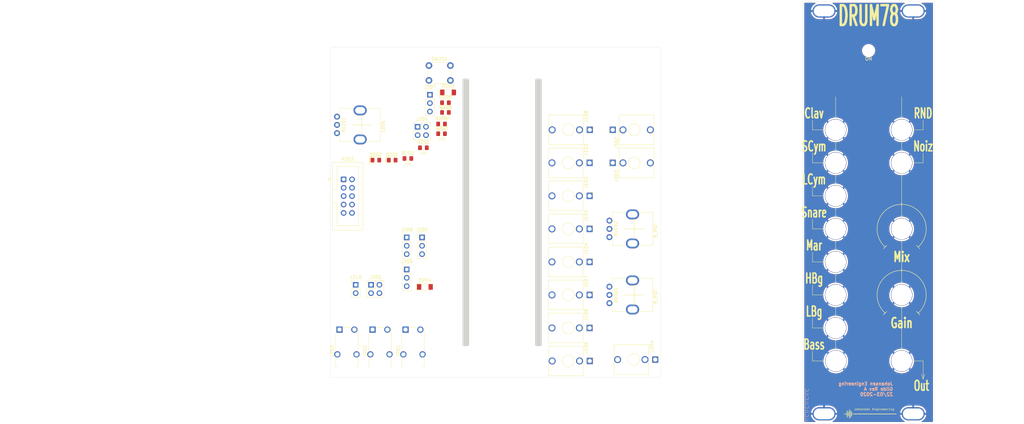
<source format=kicad_pcb>
(kicad_pcb (version 20171130) (host pcbnew "(5.1.9)-1")
  (layers (0 F.Cu signal hide) (31 B.Cu signal hide) (34 B.Paste user) (35 F.Paste user) (36 B.SilkS user) (37 F.SilkS user) (38 B.Mask user) (39 F.Mask user) (44 Edge.Cuts user))
  (net 0 "")
  (net 1 GND)
  (net 2 "Net-(C102-Pad1)")
  (net 3 LBongoTrig)
  (net 4 "Net-(C103-Pad2)")
  (net 5 "Net-(D103-Pad1)")
  (net 6 "Net-(D104-Pad1)")
  (net 7 "Net-(D104-Pad2)")
  (net 8 BassTrig)
  (net 9 "Net-(D105-Pad2)")
  (net 10 "Net-(D106-Pad2)")
  (net 11 "Net-(D107-Pad2)")
  (net 12 HBongoTrig)
  (net 13 ClavesTrig)
  (net 14 "Net-(D108-Pad2)")
  (net 15 "Net-(D109-Pad1)")
  (net 16 "Net-(D109-Pad2)")
  (net 17 +12Vc)
  (net 18 -12Vc)
  (net 19 "Net-(D201-Pad1)")
  (net 20 "Net-(D201-Pad2)")
  (net 21 "Net-(D202-Pad1)")
  (net 22 "Net-(J101-PadTN)")
  (net 23 "Net-(C101-Pad1)")
  (net 24 "Net-(J103-PadT)")
  (net 25 "Net-(C103-Pad1)")
  (net 26 "Net-(J104-PadTN)")
  (net 27 "Net-(C104-Pad1)")
  (net 28 "Net-(J105-PadTN)")
  (net 29 "Net-(J106-PadTN)")
  (net 30 "Net-(C105-Pad1)")
  (net 31 "Net-(J107-PadTN)")
  (net 32 "Net-(C118-Pad1)")
  (net 33 "Net-(J108-PadTN)")
  (net 34 "Net-(C119-Pad1)")
  (net 35 "Net-(J201-PadT)")
  (net 36 "Net-(J202-PadT)")
  (net 37 "Net-(J203-PadT)")
  (net 38 "Net-(J201-PadTN)")
  (net 39 "Net-(J202-PadTN)")
  (net 40 "Net-(J203-PadTN)")
  (net 41 "Net-(J209-Pad1)")
  (net 42 "Net-(J209-Pad2)")
  (net 43 "Net-(J209-Pad3)")
  (net 44 "Net-(J210-Pad1)")
  (net 45 "Net-(J210-Pad2)")
  (net 46 "Net-(J301-Pad3)")
  (net 47 "Net-(J301-Pad2)")
  (net 48 "Net-(J301-Pad1)")
  (net 49 "Net-(J302-PadTN)")
  (net 50 "Net-(J302-PadT)")
  (net 51 "Net-(J303-PadTN)")
  (net 52 "Net-(J304-PadT)")
  (net 53 "Net-(J304-PadTN)")
  (net 54 "Net-(J305-Pad2)")
  (net 55 "Net-(J305-Pad3)")
  (net 56 "Net-(J305-Pad4)")
  (net 57 "Net-(J305-Pad5)")
  (net 58 "Net-(J306-Pad2)")
  (net 59 "Net-(J306-Pad3)")
  (net 60 "Net-(C117-Pad1)")
  (net 61 "Net-(L102-Pad2)")
  (net 62 "Net-(P201-Pad10)")
  (net 63 "Net-(C102-Pad2)")
  (net 64 +5V)
  (net 65 "Net-(Q102-Pad3)")
  (net 66 "Net-(Q102-Pad1)")
  (net 67 "Net-(C111-Pad2)")
  (net 68 "Net-(C112-Pad1)")
  (net 69 "Net-(C106-Pad1)")
  (net 70 "Net-(C104-Pad2)")
  (net 71 "Net-(C105-Pad2)")
  (net 72 "Net-(C107-Pad1)")
  (net 73 "Net-(C108-Pad1)")
  (net 74 "Net-(R119-Pad1)")
  (net 75 "Net-(C109-Pad2)")
  (net 76 "Net-(C113-Pad1)")
  (net 77 "Net-(R121-Pad1)")
  (net 78 "Net-(C110-Pad2)")
  (net 79 "Net-(C114-Pad1)")
  (net 80 BassOut)
  (net 81 LBongoOut)
  (net 82 "Net-(C120-Pad1)")
  (net 83 "Net-(R131-Pad2)")
  (net 84 "Net-(C118-Pad2)")
  (net 85 "Net-(C119-Pad2)")
  (net 86 "Net-(R141-Pad1)")
  (net 87 "Net-(C121-Pad2)")
  (net 88 "Net-(C123-Pad1)")
  (net 89 "Net-(C122-Pad2)")
  (net 90 "Net-(R143-Pad1)")
  (net 91 "Net-(C124-Pad1)")
  (net 92 "Net-(P101-Pad+5)")
  (net 93 HBongoOut)
  (net 94 ClavesOut)
  (net 95 "Net-(P101-Pad+12)")
  (net 96 "Net-(C301-Pad1)")
  (net 97 "Net-(C303-Pad2)")
  (net 98 "Net-(C302-Pad2)")
  (net 99 "Net-(R308-Pad1)")
  (net 100 "Net-(C303-Pad1)")
  (net 101 "Net-(R309-Pad1)")
  (net 102 NDrumsOut)
  (net 103 "Net-(R310-Pad1)")
  (net 104 NoiseOut)
  (net 105 "Net-(R313-Pad2)")
  (net 106 "Net-(R314-Pad1)")
  (net 107 "Net-(R315-Pad1)")
  (net 108 "Net-(R316-Pad1)")
  (module AJ:Jack_6m3 (layer F.Cu) (at 223 75)
    (fp_text reference TP105 hide)
    (fp_text value In3)
    (pad 1 thru_hole circle (at 0 0) (size 6.5 6.5) (drill 6.3) (layers *.Cu *.Mask) (net 1 GND))
  )
  (module AJ:Jack_6m3 (layer F.Cu) (at 223 85)
    (fp_text reference TP105 hide)
    (fp_text value In3)
    (pad 1 thru_hole circle (at 0 0) (size 6.5 6.5) (drill 6.3) (layers *.Cu *.Mask) (net 1 GND))
  )
  (module AJ:Jack_6m3 (layer F.Cu) (at 203 75)
    (fp_text reference TP105 hide)
    (fp_text value In3)
    (pad 1 thru_hole circle (at 0 0) (size 6.5 6.5) (drill 6.3) (layers *.Cu *.Mask) (net 1 GND))
  )
  (module AJ:Jack_6m3 (layer F.Cu) (at 203 85)
    (fp_text reference TP105 hide)
    (fp_text value In3)
    (pad 1 thru_hole circle (at 0 0) (size 6.5 6.5) (drill 6.3) (layers *.Cu *.Mask) (net 1 GND))
  )
  (module AJ:Jack_6m3 (layer F.Cu) (at 203 95)
    (fp_text reference TP105 hide)
    (fp_text value In3)
    (pad 1 thru_hole circle (at 0 0) (size 6.5 6.5) (drill 6.3) (layers *.Cu *.Mask) (net 1 GND))
  )
  (module AJ:MountingHole_Eurorack3 (layer F.Cu) (at 226.5 39)
    (fp_text reference H104)
    (fp_text value MountingHole_Pad)
    (pad 1 thru_hole oval (at 0 0) (size 7 4) (drill oval 6.2 3.2) (layers *.Cu *.Mask) (net 1 GND))
  )
  (module AJ:Pot_6m3_scale1 (layer F.Cu) (at 223 125)
    (fp_text reference TP107 hide)
    (fp_text value OFF1)
    (pad 1 thru_hole circle (at 0 0) (size 6.5 6.5) (drill 6.3) (layers *.Cu *.Mask) (net 1 GND))
  )
  (module AJ:MountingHole_Eurorack3 (layer F.Cu) (at 199.5 39)
    (fp_text reference H102)
    (fp_text value MountingHole_Pad)
    (pad 1 thru_hole oval (at 0 0) (size 7 4) (drill oval 6.2 3.2) (layers *.Cu *.Mask) (net 1 GND))
  )
  (module AJ:MountingHole_Eurorack3 (layer B.Cu) (at 199.5 161)
    (fp_text reference H103)
    (fp_text value MountingHole_Pad)
    (pad 1 thru_hole oval (at 0 0) (size 7 4) (drill oval 6.2 3.2) (layers *.Cu *.Mask) (net 1 GND))
  )
  (module AJ:Jack_6m3 (layer F.Cu) (at 203 105)
    (fp_text reference TP107 hide)
    (fp_text value FM)
    (pad 1 thru_hole circle (at 0 0) (size 6.5 6.5) (drill 6.3) (layers *.Cu *.Mask) (net 1 GND))
  )
  (module AJ:LED_Hole_3mm (layer F.Cu) (at 213 51)
    (fp_text reference H101)
    (fp_text value ON (at 0 2.5) (layer F.SilkS))
    (pad "" np_thru_hole circle (at 0 0) (size 3 3) (drill 3) (layers *.Cu *.Mask))
  )
  (module AJ:MountingHole_Eurorack3 (layer B.Cu) (at 226.5 161)
    (fp_text reference H105)
    (fp_text value MountingHole_Pad)
    (pad 1 thru_hole oval (at 0 0) (size 7 4) (drill oval 6.2 3.2) (layers *.Cu *.Mask) (net 1 GND))
  )
  (module AJ:Jack_6m3 (layer F.Cu) (at 203 115)
    (fp_text reference TP102 hide)
    (fp_text value SQ)
    (pad 1 thru_hole circle (at 0 0) (size 6.5 6.5) (drill 6.3) (layers *.Cu *.Mask) (net 1 GND))
  )
  (module AJ:Jack_6m3 (layer F.Cu) (at 203.075001 145)
    (fp_text reference TP106 hide)
    (fp_text value HS)
    (pad 1 thru_hole circle (at 0 0) (size 6.5 6.5) (drill 6.3) (layers *.Cu *.Mask) (net 1 GND))
  )
  (module AJ:Jack_6m3 (layer F.Cu) (at 203 125)
    (fp_text reference TP108 hide)
    (fp_text value PWM)
    (pad 1 thru_hole circle (at 0 0) (size 6.5 6.5) (drill 6.3) (layers *.Cu *.Mask) (net 1 GND))
  )
  (module AJ:Pot_6m3_scale1 (layer F.Cu) (at 223 105)
    (fp_text reference TP112 hide)
    (fp_text value Fine)
    (pad 1 thru_hole circle (at 0 0) (size 6.5 6.5) (drill 6.3) (layers *.Cu *.Mask) (net 1 GND))
  )
  (module AJ:Jack_6m3 (layer F.Cu) (at 223 145)
    (fp_text reference TP105 hide)
    (fp_text value In3)
    (pad 1 thru_hole circle (at 0 0) (size 6.5 6.5) (drill 6.3) (layers *.Cu *.Mask) (net 1 GND))
  )
  (module AJ:Jack_6m3 (layer F.Cu) (at 203 135)
    (fp_text reference TP103 hide)
    (fp_text value In1)
    (pad 1 thru_hole circle (at 0 0) (size 6.5 6.5) (drill 6.3) (layers *.Cu *.Mask) (net 1 GND))
  )
  (module AJ:Johansen_engineering_logo_20mm (layer F.Cu) (at 213.5 161)
    (fp_text reference G*** hide)
    (fp_text value LOGO hide)
  )
  (module Diode_SMD:D_MiniMELF (layer B.Cu) (at 105.325001 236.324999)
    (fp_text reference D101 (at 0 2) (layer B.SilkS) (effects (justify mirror)))
    (fp_text value 1N4148)
    (pad 2 smd rect (at 1.75 0) (size 1.3 1.7) (layers B.Cu B.Paste B.Mask) (net 2 "Net-(C102-Pad1)"))
    (pad 1 smd rect (at -1.75 0) (size 1.3 1.7) (layers B.Cu B.Paste B.Mask) (net 3 LBongoTrig))
  )
  (module Diode_SMD:D_MiniMELF (layer B.Cu) (at 78.675001 209.974999)
    (fp_text reference D102 (at 0 2) (layer B.SilkS) (effects (justify mirror)))
    (fp_text value 1N4148)
    (pad 2 smd rect (at 1.75 0) (size 1.3 1.7) (layers B.Cu B.Paste B.Mask) (net 1 GND))
    (pad 1 smd rect (at -1.75 0) (size 1.3 1.7) (layers B.Cu B.Paste B.Mask) (net 4 "Net-(C103-Pad2)"))
  )
  (module Diode_SMD:D_MiniMELF (layer B.Cu) (at 111.775001 240.874999)
    (fp_text reference D103 (at 0 2) (layer B.SilkS) (effects (justify mirror)))
    (fp_text value 1N4148)
    (pad 2 smd rect (at 1.75 0) (size 1.3 1.7) (layers B.Cu B.Paste B.Mask) (net 4 "Net-(C103-Pad2)"))
    (pad 1 smd rect (at -1.75 0) (size 1.3 1.7) (layers B.Cu B.Paste B.Mask) (net 5 "Net-(D103-Pad1)"))
  )
  (module Diode_SMD:D_MiniMELF (layer B.Cu) (at 78.575001 206.724999)
    (fp_text reference D104 (at 0 2) (layer B.SilkS) (effects (justify mirror)))
    (fp_text value 1N4148)
    (pad 1 smd rect (at -1.75 0) (size 1.3 1.7) (layers B.Cu B.Paste B.Mask) (net 6 "Net-(D104-Pad1)"))
    (pad 2 smd rect (at 1.75 0) (size 1.3 1.7) (layers B.Cu B.Paste B.Mask) (net 7 "Net-(D104-Pad2)"))
  )
  (module Diode_SMD:D_MiniMELF (layer B.Cu) (at 89.875001 217.474999)
    (fp_text reference D105 (at 0 2) (layer B.SilkS) (effects (justify mirror)))
    (fp_text value 1N4148)
    (pad 1 smd rect (at -1.75 0) (size 1.3 1.7) (layers B.Cu B.Paste B.Mask) (net 8 BassTrig))
    (pad 2 smd rect (at 1.75 0) (size 1.3 1.7) (layers B.Cu B.Paste B.Mask) (net 9 "Net-(D105-Pad2)"))
  )
  (module Diode_SMD:D_MiniMELF (layer B.Cu) (at 72.325001 209.974999)
    (fp_text reference D106 (at 0 2) (layer B.SilkS) (effects (justify mirror)))
    (fp_text value 1N4148)
    (pad 1 smd rect (at -1.75 0) (size 1.3 1.7) (layers B.Cu B.Paste B.Mask) (net 3 LBongoTrig))
    (pad 2 smd rect (at 1.75 0) (size 1.3 1.7) (layers B.Cu B.Paste B.Mask) (net 10 "Net-(D106-Pad2)"))
  )
  (module Diode_SMD:D_MiniMELF (layer B.Cu) (at 69.285001 202.174999)
    (fp_text reference D107 (at 0 2) (layer B.SilkS) (effects (justify mirror)))
    (fp_text value 1N4148)
    (pad 2 smd rect (at 1.75 0) (size 1.3 1.7) (layers B.Cu B.Paste B.Mask) (net 11 "Net-(D107-Pad2)"))
    (pad 1 smd rect (at -1.75 0) (size 1.3 1.7) (layers B.Cu B.Paste B.Mask) (net 12 HBongoTrig))
  )
  (module Diode_SMD:D_MiniMELF (layer B.Cu) (at 72.225001 205.424999)
    (fp_text reference D108 (at 0 2) (layer B.SilkS) (effects (justify mirror)))
    (fp_text value 1N4148)
    (pad 1 smd rect (at -1.75 0) (size 1.3 1.7) (layers B.Cu B.Paste B.Mask) (net 13 ClavesTrig))
    (pad 2 smd rect (at 1.75 0) (size 1.3 1.7) (layers B.Cu B.Paste B.Mask) (net 14 "Net-(D108-Pad2)"))
  )
  (module AJ:D_0805_AJ (layer B.Cu) (at 68.685001 199.029999)
    (fp_text reference D109 (at 0 1.65) (layer B.SilkS) (effects (justify mirror)))
    (fp_text value "On LED")
    (pad 1 smd roundrect (at -1.025 0) (size 1.15 1.4) (layers B.Cu B.Paste B.Mask) (roundrect_rratio 0.217391) (net 15 "Net-(D109-Pad1)"))
    (pad 2 smd roundrect (at 1.025 0) (size 1.15 1.4) (layers B.Cu B.Paste B.Mask) (roundrect_rratio 0.217391) (net 16 "Net-(D109-Pad2)"))
  )
  (module Diode_SMD:D_MiniMELF (layer B.Cu) (at 66.925001 223.524999)
    (fp_text reference D110 (at 0 2) (layer B.SilkS) (effects (justify mirror)))
    (fp_text value 1N4007)
    (pad 1 smd rect (at -1.75 0) (size 1.3 1.7) (layers B.Cu B.Paste B.Mask) (net 17 +12Vc))
    (pad 2 smd rect (at 1.75 0) (size 1.3 1.7) (layers B.Cu B.Paste B.Mask) (net 1 GND))
  )
  (module Diode_SMD:D_MiniMELF (layer B.Cu) (at 65.875001 205.424999)
    (fp_text reference D111 (at 0 2) (layer B.SilkS) (effects (justify mirror)))
    (fp_text value 1N4007)
    (pad 2 smd rect (at 1.75 0) (size 1.3 1.7) (layers B.Cu B.Paste B.Mask) (net 18 -12Vc))
    (pad 1 smd rect (at -1.75 0) (size 1.3 1.7) (layers B.Cu B.Paste B.Mask) (net 1 GND))
  )
  (module AJ:D_0805_AJ (layer F.Cu) (at 68.705001 84.170001)
    (fp_text reference D201 (at 0 -1.65) (layer F.SilkS))
    (fp_text value "On LED")
    (pad 1 smd roundrect (at -1.025 0) (size 1.15 1.4) (layers F.Cu F.Paste F.Mask) (roundrect_rratio 0.217391) (net 19 "Net-(D201-Pad1)"))
    (pad 2 smd roundrect (at 1.025 0) (size 1.15 1.4) (layers F.Cu F.Paste F.Mask) (roundrect_rratio 0.217391) (net 20 "Net-(D201-Pad2)"))
  )
  (module AJ:D_0805_AJ (layer F.Cu) (at 63.755001 84.170001)
    (fp_text reference D202 (at 0 -1.65) (layer F.SilkS))
    (fp_text value "On LED")
    (pad 2 smd roundrect (at 1.025 0) (size 1.15 1.4) (layers F.Cu F.Paste F.Mask) (roundrect_rratio 0.217391) (net 19 "Net-(D201-Pad1)"))
    (pad 1 smd roundrect (at -1.025 0) (size 1.15 1.4) (layers F.Cu F.Paste F.Mask) (roundrect_rratio 0.217391) (net 21 "Net-(D202-Pad1)"))
  )
  (module Diode_SMD:D_MiniMELF (layer F.Cu) (at 85.635001 63.675001)
    (fp_text reference D203 (at 0 -2) (layer F.SilkS))
    (fp_text value 1N4007)
    (pad 1 smd rect (at -1.75 0) (size 1.3 1.7) (layers F.Cu F.Paste F.Mask) (net 17 +12Vc))
    (pad 2 smd rect (at 1.75 0) (size 1.3 1.7) (layers F.Cu F.Paste F.Mask) (net 1 GND))
  )
  (module Diode_SMD:D_MiniMELF (layer F.Cu) (at 78.605001 122.575001)
    (fp_text reference D204 (at 0 -2) (layer F.SilkS))
    (fp_text value 1N4007)
    (pad 2 smd rect (at 1.75 0) (size 1.3 1.7) (layers F.Cu F.Paste F.Mask) (net 18 -12Vc))
    (pad 1 smd rect (at -1.75 0) (size 1.3 1.7) (layers F.Cu F.Paste F.Mask) (net 1 GND))
  )
  (module Connector_Audio:Jack_3.5mm_QingPu_WQP-PJ398SM_Vertical_CircularHoles (layer F.Cu) (at 128.5 105 270)
    (fp_text reference J101 (at -4.03 1.08 270) (layer F.SilkS))
    (fp_text value Snare)
    (pad T thru_hole circle (at 0 11.4 90) (size 2.13 2.13) (drill 1.43) (layers *.Cu *.Mask) (net 2 "Net-(C102-Pad1)"))
    (pad S thru_hole rect (at 0 0 90) (size 1.93 1.83) (drill 1.22) (layers *.Cu *.Mask) (net 1 GND))
    (pad TN thru_hole circle (at 0 3.1 90) (size 2.13 2.13) (drill 1.42) (layers *.Cu *.Mask) (net 22 "Net-(J101-PadTN)"))
  )
  (module Connector_Audio:Jack_3.5mm_QingPu_WQP-PJ398SM_Vertical_CircularHoles (layer F.Cu) (at 128.5 95 270)
    (fp_text reference J102 (at -4.03 1.08 270) (layer F.SilkS))
    (fp_text value LCymbals)
    (pad TN thru_hole circle (at 0 3.1 90) (size 2.13 2.13) (drill 1.42) (layers *.Cu *.Mask) (net 22 "Net-(J101-PadTN)"))
    (pad S thru_hole rect (at 0 0 90) (size 1.93 1.83) (drill 1.22) (layers *.Cu *.Mask) (net 1 GND))
    (pad T thru_hole circle (at 0 11.4 90) (size 2.13 2.13) (drill 1.43) (layers *.Cu *.Mask) (net 23 "Net-(C101-Pad1)"))
  )
  (module Connector_Audio:Jack_3.5mm_QingPu_WQP-PJ398SM_Vertical_CircularHoles (layer F.Cu) (at 128.5 85 270)
    (fp_text reference J103 (at -4.03 1.08 270) (layer F.SilkS))
    (fp_text value SCymbals)
    (pad TN thru_hole circle (at 0 3.1 90) (size 2.13 2.13) (drill 1.42) (layers *.Cu *.Mask) (net 22 "Net-(J101-PadTN)"))
    (pad S thru_hole rect (at 0 0 90) (size 1.93 1.83) (drill 1.22) (layers *.Cu *.Mask) (net 1 GND))
    (pad T thru_hole circle (at 0 11.4 90) (size 2.13 2.13) (drill 1.43) (layers *.Cu *.Mask) (net 24 "Net-(J103-PadT)"))
  )
  (module Connector_Audio:Jack_3.5mm_QingPu_WQP-PJ398SM_Vertical_CircularHoles (layer F.Cu) (at 128.5 115 270)
    (fp_text reference J104 (at -4.03 1.08 270) (layer F.SilkS))
    (fp_text value Maracas)
    (pad T thru_hole circle (at 0 11.4 90) (size 2.13 2.13) (drill 1.43) (layers *.Cu *.Mask) (net 25 "Net-(C103-Pad1)"))
    (pad S thru_hole rect (at 0 0 90) (size 1.93 1.83) (drill 1.22) (layers *.Cu *.Mask) (net 1 GND))
    (pad TN thru_hole circle (at 0 3.1 90) (size 2.13 2.13) (drill 1.42) (layers *.Cu *.Mask) (net 26 "Net-(J104-PadTN)"))
  )
  (module Connector_Audio:Jack_3.5mm_QingPu_WQP-PJ398SM_Vertical_CircularHoles (layer F.Cu) (at 128.554999 145 270)
    (fp_text reference J105 (at -4.03 1.08 270) (layer F.SilkS))
    (fp_text value Bass)
    (pad T thru_hole circle (at 0 11.4 90) (size 2.13 2.13) (drill 1.43) (layers *.Cu *.Mask) (net 27 "Net-(C104-Pad1)"))
    (pad S thru_hole rect (at 0 0 90) (size 1.93 1.83) (drill 1.22) (layers *.Cu *.Mask) (net 1 GND))
    (pad TN thru_hole circle (at 0 3.1 90) (size 2.13 2.13) (drill 1.42) (layers *.Cu *.Mask) (net 28 "Net-(J105-PadTN)"))
  )
  (module Connector_Audio:Jack_3.5mm_QingPu_WQP-PJ398SM_Vertical_CircularHoles (layer F.Cu) (at 128.5 135 270)
    (fp_text reference J106 (at -4.03 1.08 270) (layer F.SilkS))
    (fp_text value LBongo)
    (pad TN thru_hole circle (at 0 3.1 90) (size 2.13 2.13) (drill 1.42) (layers *.Cu *.Mask) (net 29 "Net-(J106-PadTN)"))
    (pad S thru_hole rect (at 0 0 90) (size 1.93 1.83) (drill 1.22) (layers *.Cu *.Mask) (net 1 GND))
    (pad T thru_hole circle (at 0 11.4 90) (size 2.13 2.13) (drill 1.43) (layers *.Cu *.Mask) (net 30 "Net-(C105-Pad1)"))
  )
  (module Connector_Audio:Jack_3.5mm_QingPu_WQP-PJ398SM_Vertical_CircularHoles (layer F.Cu) (at 128.5 125 270)
    (fp_text reference J107 (at -4.03 1.08 270) (layer F.SilkS))
    (fp_text value HBongo)
    (pad TN thru_hole circle (at 0 3.1 90) (size 2.13 2.13) (drill 1.42) (layers *.Cu *.Mask) (net 31 "Net-(J107-PadTN)"))
    (pad S thru_hole rect (at 0 0 90) (size 1.93 1.83) (drill 1.22) (layers *.Cu *.Mask) (net 1 GND))
    (pad T thru_hole circle (at 0 11.4 90) (size 2.13 2.13) (drill 1.43) (layers *.Cu *.Mask) (net 32 "Net-(C118-Pad1)"))
  )
  (module Connector_Audio:Jack_3.5mm_QingPu_WQP-PJ398SM_Vertical_CircularHoles (layer F.Cu) (at 128.554999 75 270)
    (fp_text reference J108 (at -4.03 1.08 270) (layer F.SilkS))
    (fp_text value Claves)
    (pad TN thru_hole circle (at 0 3.1 90) (size 2.13 2.13) (drill 1.42) (layers *.Cu *.Mask) (net 33 "Net-(J108-PadTN)"))
    (pad S thru_hole rect (at 0 0 90) (size 1.93 1.83) (drill 1.22) (layers *.Cu *.Mask) (net 1 GND))
    (pad T thru_hole circle (at 0 11.4 90) (size 2.13 2.13) (drill 1.43) (layers *.Cu *.Mask) (net 34 "Net-(C119-Pad1)"))
  )
  (module Connector_Audio:Jack_3.5mm_Switronic_ST-005-G_horizontal (layer F.Cu) (at 75 142 90)
    (fp_text reference J201 (at 0 -4.5 90) (layer F.SilkS))
    (fp_text value AudioJack2_SwitchT)
    (pad T thru_hole circle (at -1 -2.9 90) (size 1.9 1.9) (drill 1.2) (layers *.Cu *.Mask) (net 35 "Net-(J201-PadT)"))
    (pad T thru_hole circle (at -1 2.9 90) (size 1.9 1.9) (drill 1.2) (layers *.Cu *.Mask) (net 35 "Net-(J201-PadT)"))
    (pad R thru_hole rect (at 6.5 -2.25 90) (size 1.9 1.9) (drill 1.2) (layers *.Cu *.Mask))
    (pad S thru_hole circle (at 6.5 2.25 90) (size 1.9 1.9) (drill 1.2) (layers *.Cu *.Mask) (net 1 GND))
    (pad "" np_thru_hole circle (at 2.5 2.5 90) (size 1 1) (drill 1) (layers *.Cu *.Mask))
    (pad "" np_thru_hole circle (at 2.5 -2.5 90) (size 1 1) (drill 1) (layers *.Cu *.Mask))
  )
  (module Connector_Audio:Jack_3.5mm_Switronic_ST-005-G_horizontal (layer F.Cu) (at 65 142 90)
    (fp_text reference J202 (at 0 -4.5 90) (layer F.SilkS))
    (fp_text value AudioJack2_SwitchT)
    (pad T thru_hole circle (at -1 -2.9 90) (size 1.9 1.9) (drill 1.2) (layers *.Cu *.Mask) (net 36 "Net-(J202-PadT)"))
    (pad T thru_hole circle (at -1 2.9 90) (size 1.9 1.9) (drill 1.2) (layers *.Cu *.Mask) (net 36 "Net-(J202-PadT)"))
    (pad R thru_hole rect (at 6.5 -2.25 90) (size 1.9 1.9) (drill 1.2) (layers *.Cu *.Mask))
    (pad S thru_hole circle (at 6.5 2.25 90) (size 1.9 1.9) (drill 1.2) (layers *.Cu *.Mask) (net 1 GND))
    (pad "" np_thru_hole circle (at 2.5 2.5 90) (size 1 1) (drill 1) (layers *.Cu *.Mask))
    (pad "" np_thru_hole circle (at 2.5 -2.5 90) (size 1 1) (drill 1) (layers *.Cu *.Mask))
  )
  (module Connector_Audio:Jack_3.5mm_Switronic_ST-005-G_horizontal (layer F.Cu) (at 55 142 90)
    (fp_text reference J203 (at 0 -4.5 90) (layer F.SilkS))
    (fp_text value AudioJack2_SwitchT)
    (pad "" np_thru_hole circle (at 2.5 -2.5 90) (size 1 1) (drill 1) (layers *.Cu *.Mask))
    (pad "" np_thru_hole circle (at 2.5 2.5 90) (size 1 1) (drill 1) (layers *.Cu *.Mask))
    (pad S thru_hole circle (at 6.5 2.25 90) (size 1.9 1.9) (drill 1.2) (layers *.Cu *.Mask) (net 1 GND))
    (pad R thru_hole rect (at 6.5 -2.25 90) (size 1.9 1.9) (drill 1.2) (layers *.Cu *.Mask))
    (pad T thru_hole circle (at -1 2.9 90) (size 1.9 1.9) (drill 1.2) (layers *.Cu *.Mask) (net 37 "Net-(J203-PadT)"))
    (pad T thru_hole circle (at -1 -2.9 90) (size 1.9 1.9) (drill 1.2) (layers *.Cu *.Mask) (net 37 "Net-(J203-PadT)"))
  )
  (module Connector_PinHeader_2.54mm:PinHeader_2x02_P2.54mm_Vertical (layer F.Cu) (at 76.405001 74.075001)
    (fp_text reference J204 (at 1.27 -2.33) (layer F.SilkS))
    (fp_text value "Power +")
    (pad 4 thru_hole oval (at 2.54 2.54) (size 1.7 1.7) (drill 1) (layers *.Cu *.Mask) (net 1 GND))
    (pad 3 thru_hole oval (at 0 2.54) (size 1.7 1.7) (drill 1) (layers *.Cu *.Mask) (net 17 +12Vc))
    (pad 2 thru_hole oval (at 2.54 0) (size 1.7 1.7) (drill 1) (layers *.Cu *.Mask) (net 1 GND))
    (pad 1 thru_hole rect (at 0 0) (size 1.7 1.7) (drill 1) (layers *.Cu *.Mask) (net 17 +12Vc))
  )
  (module Connector_PinHeader_2.54mm:PinHeader_2x02_P2.54mm_Vertical (layer F.Cu) (at 62.305001 121.925001)
    (fp_text reference J205 (at 1.27 -2.33) (layer F.SilkS))
    (fp_text value "Power -")
    (pad 1 thru_hole rect (at 0 0) (size 1.7 1.7) (drill 1) (layers *.Cu *.Mask) (net 1 GND))
    (pad 2 thru_hole oval (at 2.54 0) (size 1.7 1.7) (drill 1) (layers *.Cu *.Mask) (net 18 -12Vc))
    (pad 3 thru_hole oval (at 0 2.54) (size 1.7 1.7) (drill 1) (layers *.Cu *.Mask) (net 1 GND))
    (pad 4 thru_hole oval (at 2.54 2.54) (size 1.7 1.7) (drill 1) (layers *.Cu *.Mask) (net 18 -12Vc))
  )
  (module Connector_PinHeader_2.54mm:PinHeader_1x03_P2.54mm_Vertical (layer F.Cu) (at 77.755001 107.575001)
    (fp_text reference J206 (at 0 -2.33) (layer F.SilkS))
    (fp_text value Conn_01x03_Male)
    (pad 3 thru_hole oval (at 0 5.08) (size 1.7 1.7) (drill 1) (layers *.Cu *.Mask) (net 38 "Net-(J201-PadTN)"))
    (pad 2 thru_hole oval (at 0 2.54) (size 1.7 1.7) (drill 1) (layers *.Cu *.Mask) (net 35 "Net-(J201-PadT)"))
    (pad 1 thru_hole rect (at 0 0) (size 1.7 1.7) (drill 1) (layers *.Cu *.Mask) (net 1 GND))
  )
  (module Connector_PinHeader_2.54mm:PinHeader_1x03_P2.54mm_Vertical (layer F.Cu) (at 80.135001 64.375001)
    (fp_text reference J207 (at 0 -2.33) (layer F.SilkS))
    (fp_text value Conn_01x03_Male)
    (pad 3 thru_hole oval (at 0 5.08) (size 1.7 1.7) (drill 1) (layers *.Cu *.Mask) (net 39 "Net-(J202-PadTN)"))
    (pad 2 thru_hole oval (at 0 2.54) (size 1.7 1.7) (drill 1) (layers *.Cu *.Mask) (net 36 "Net-(J202-PadT)"))
    (pad 1 thru_hole rect (at 0 0) (size 1.7 1.7) (drill 1) (layers *.Cu *.Mask) (net 1 GND))
  )
  (module Connector_PinHeader_2.54mm:PinHeader_1x03_P2.54mm_Vertical (layer F.Cu) (at 73.105001 107.575001)
    (fp_text reference J208 (at 0 -2.33) (layer F.SilkS))
    (fp_text value Conn_01x03_Male)
    (pad 1 thru_hole rect (at 0 0) (size 1.7 1.7) (drill 1) (layers *.Cu *.Mask) (net 1 GND))
    (pad 2 thru_hole oval (at 0 2.54) (size 1.7 1.7) (drill 1) (layers *.Cu *.Mask) (net 37 "Net-(J203-PadT)"))
    (pad 3 thru_hole oval (at 0 5.08) (size 1.7 1.7) (drill 1) (layers *.Cu *.Mask) (net 40 "Net-(J203-PadTN)"))
  )
  (module Connector_PinHeader_2.54mm:PinHeader_1x03_P2.54mm_Vertical (layer F.Cu) (at 73.105001 117.275001)
    (fp_text reference J209 (at 0 -2.33) (layer F.SilkS))
    (fp_text value Conn_01x03_Male)
    (pad 1 thru_hole rect (at 0 0) (size 1.7 1.7) (drill 1) (layers *.Cu *.Mask) (net 41 "Net-(J209-Pad1)"))
    (pad 2 thru_hole oval (at 0 2.54) (size 1.7 1.7) (drill 1) (layers *.Cu *.Mask) (net 42 "Net-(J209-Pad2)"))
    (pad 3 thru_hole oval (at 0 5.08) (size 1.7 1.7) (drill 1) (layers *.Cu *.Mask) (net 43 "Net-(J209-Pad3)"))
  )
  (module Connector_PinHeader_2.54mm:PinHeader_1x02_P2.54mm_Vertical (layer F.Cu) (at 57.655001 121.925001)
    (fp_text reference J210 (at 0 -2.33) (layer F.SilkS))
    (fp_text value Conn_01x02_Male)
    (pad 1 thru_hole rect (at 0 0) (size 1.7 1.7) (drill 1) (layers *.Cu *.Mask) (net 44 "Net-(J210-Pad1)"))
    (pad 2 thru_hole oval (at 0 2.54) (size 1.7 1.7) (drill 1) (layers *.Cu *.Mask) (net 45 "Net-(J210-Pad2)"))
  )
  (module Connector_PinHeader_2.54mm:PinHeader_1x03_P2.54mm_Vertical (layer B.Cu) (at 64.835001 176.544999)
    (fp_text reference J301 (at 0 2.33) (layer B.SilkS) (effects (justify mirror)))
    (fp_text value Tone/Noise)
    (pad 3 thru_hole oval (at 0 -5.08) (size 1.7 1.7) (drill 1) (layers *.Cu *.Mask) (net 46 "Net-(J301-Pad3)"))
    (pad 2 thru_hole oval (at 0 -2.54) (size 1.7 1.7) (drill 1) (layers *.Cu *.Mask) (net 47 "Net-(J301-Pad2)"))
    (pad 1 thru_hole rect (at 0 0) (size 1.7 1.7) (drill 1) (layers *.Cu *.Mask) (net 48 "Net-(J301-Pad1)"))
  )
  (module Connector_Audio:Jack_3.5mm_QingPu_WQP-PJ398SM_Vertical_CircularHoles (layer F.Cu) (at 135.5 75 90)
    (fp_text reference J302 (at -4.03 1.08 270) (layer F.SilkS))
    (fp_text value RND)
    (pad TN thru_hole circle (at 0 3.1 270) (size 2.13 2.13) (drill 1.42) (layers *.Cu *.Mask) (net 49 "Net-(J302-PadTN)"))
    (pad S thru_hole rect (at 0 0 270) (size 1.93 1.83) (drill 1.22) (layers *.Cu *.Mask) (net 1 GND))
    (pad T thru_hole circle (at 0 11.4 270) (size 2.13 2.13) (drill 1.43) (layers *.Cu *.Mask) (net 50 "Net-(J302-PadT)"))
  )
  (module Connector_Audio:Jack_3.5mm_QingPu_WQP-PJ398SM_Vertical_CircularHoles (layer F.Cu) (at 135.5 85 90)
    (fp_text reference J303 (at -4.03 1.08 270) (layer F.SilkS))
    (fp_text value TONE)
    (pad T thru_hole circle (at 0 11.4 270) (size 2.13 2.13) (drill 1.43) (layers *.Cu *.Mask) (net 47 "Net-(J301-Pad2)"))
    (pad S thru_hole rect (at 0 0 270) (size 1.93 1.83) (drill 1.22) (layers *.Cu *.Mask) (net 1 GND))
    (pad TN thru_hole circle (at 0 3.1 270) (size 2.13 2.13) (drill 1.42) (layers *.Cu *.Mask) (net 51 "Net-(J303-PadTN)"))
  )
  (module Connector_Audio:Jack_3.5mm_QingPu_WQP-PJ398SM_Vertical_CircularHoles (layer F.Cu) (at 148.374999 144.575001 270)
    (fp_text reference J304 (at -4.03 1.08 270) (layer F.SilkS))
    (fp_text value DRUM_OUT)
    (pad T thru_hole circle (at 0 11.4 90) (size 2.13 2.13) (drill 1.43) (layers *.Cu *.Mask) (net 52 "Net-(J304-PadT)"))
    (pad S thru_hole rect (at 0 0 90) (size 1.93 1.83) (drill 1.22) (layers *.Cu *.Mask) (net 1 GND))
    (pad TN thru_hole circle (at 0 3.1 90) (size 2.13 2.13) (drill 1.42) (layers *.Cu *.Mask) (net 53 "Net-(J304-PadTN)"))
  )
  (module Connector_PinHeader_2.54mm:PinHeader_1x05_P2.54mm_Vertical (layer B.Cu) (at 44.825001 177.644999)
    (fp_text reference J305 (at 0 2.33) (layer B.SilkS) (effects (justify mirror)))
    (fp_text value Tones)
    (pad 1 thru_hole rect (at 0 0) (size 1.7 1.7) (drill 1) (layers *.Cu *.Mask) (net 1 GND))
    (pad 2 thru_hole oval (at 0 -2.54) (size 1.7 1.7) (drill 1) (layers *.Cu *.Mask) (net 54 "Net-(J305-Pad2)"))
    (pad 3 thru_hole oval (at 0 -5.08) (size 1.7 1.7) (drill 1) (layers *.Cu *.Mask) (net 55 "Net-(J305-Pad3)"))
    (pad 4 thru_hole oval (at 0 -7.62) (size 1.7 1.7) (drill 1) (layers *.Cu *.Mask) (net 56 "Net-(J305-Pad4)"))
    (pad 5 thru_hole oval (at 0 -10.16) (size 1.7 1.7) (drill 1) (layers *.Cu *.Mask) (net 57 "Net-(J305-Pad5)"))
  )
  (module Connector_PinHeader_2.54mm:PinHeader_1x03_P2.54mm_Vertical (layer B.Cu) (at 60.185001 176.544999)
    (fp_text reference J306 (at 0 2.33) (layer B.SilkS) (effects (justify mirror)))
    (fp_text value Noise)
    (pad 1 thru_hole rect (at 0 0) (size 1.7 1.7) (drill 1) (layers *.Cu *.Mask) (net 1 GND))
    (pad 2 thru_hole oval (at 0 -2.54) (size 1.7 1.7) (drill 1) (layers *.Cu *.Mask) (net 58 "Net-(J306-Pad2)"))
    (pad 3 thru_hole oval (at 0 -5.08) (size 1.7 1.7) (drill 1) (layers *.Cu *.Mask) (net 59 "Net-(J306-Pad3)"))
  )
  (module Inductor_THT:L_Radial_D7.5mm_P3.50mm_Fastron_07P (layer B.Cu) (at 57.475001 220.624999)
    (fp_text reference L101 (at 1.75 5) (layer B.SilkS) (effects (justify mirror)))
    (fp_text value 100mH)
    (pad 2 thru_hole circle (at 3.5 0) (size 2.6 2.6) (drill 1.3) (layers *.Cu *.Mask) (net 60 "Net-(C117-Pad1)"))
    (pad 1 thru_hole circle (at 0 0) (size 2.6 2.6) (drill 1.3) (layers *.Cu *.Mask) (net 17 +12Vc))
  )
  (module Inductor_THT:L_Radial_D7.5mm_P3.50mm_Fastron_07P (layer B.Cu) (at 56.425001 207.074999)
    (fp_text reference L102 (at 1.75 5) (layer B.SilkS) (effects (justify mirror)))
    (fp_text value 100mH)
    (pad 1 thru_hole circle (at 0 0) (size 2.6 2.6) (drill 1.3) (layers *.Cu *.Mask) (net 17 +12Vc))
    (pad 2 thru_hole circle (at 3.5 0) (size 2.6 2.6) (drill 1.3) (layers *.Cu *.Mask) (net 61 "Net-(L102-Pad2)"))
  )
  (module Inductor_SMD:L_1206_3216Metric (layer B.Cu) (at 105.025001 232.974999)
    (fp_text reference L103 (at 0 1.9) (layer B.SilkS) (effects (justify mirror)))
    (fp_text value 100mH)
    (pad 2 smd roundrect (at 1.575 0) (size 1.05 1.9) (layers B.Cu B.Paste B.Mask) (roundrect_rratio 0.238095) (net 60 "Net-(C117-Pad1)"))
    (pad 1 smd roundrect (at -1.575 0) (size 1.05 1.9) (layers B.Cu B.Paste B.Mask) (roundrect_rratio 0.238095) (net 17 +12Vc))
  )
  (module Inductor_SMD:L_1206_3216Metric (layer B.Cu) (at 84.725001 209.874999)
    (fp_text reference L104 (at 0 1.9) (layer B.SilkS) (effects (justify mirror)))
    (fp_text value 100mH)
    (pad 1 smd roundrect (at -1.575 0) (size 1.05 1.9) (layers B.Cu B.Paste B.Mask) (roundrect_rratio 0.238095) (net 17 +12Vc))
    (pad 2 smd roundrect (at 1.575 0) (size 1.05 1.9) (layers B.Cu B.Paste B.Mask) (roundrect_rratio 0.238095) (net 61 "Net-(L102-Pad2)"))
  )
  (module Connector_IDC:IDC-Header_2x05_P2.54mm_Vertical (layer F.Cu) (at 54 90)
    (fp_text reference P201 (at 1.27 -6.1) (layer F.SilkS))
    (fp_text value HEADER_2x5_Doepfer)
    (pad 1 thru_hole roundrect (at 0 0) (size 1.7 1.7) (drill 1) (layers *.Cu *.Mask) (roundrect_rratio 0.147059) (net 21 "Net-(D202-Pad1)"))
    (pad 3 thru_hole circle (at 0 2.54) (size 1.7 1.7) (drill 1) (layers *.Cu *.Mask) (net 1 GND))
    (pad 5 thru_hole circle (at 0 5.08) (size 1.7 1.7) (drill 1) (layers *.Cu *.Mask) (net 1 GND))
    (pad 7 thru_hole circle (at 0 7.62) (size 1.7 1.7) (drill 1) (layers *.Cu *.Mask) (net 1 GND))
    (pad 9 thru_hole circle (at 0 10.16) (size 1.7 1.7) (drill 1) (layers *.Cu *.Mask) (net 62 "Net-(P201-Pad10)"))
    (pad 2 thru_hole circle (at 2.54 0) (size 1.7 1.7) (drill 1) (layers *.Cu *.Mask) (net 21 "Net-(D202-Pad1)"))
    (pad 4 thru_hole circle (at 2.54 2.54) (size 1.7 1.7) (drill 1) (layers *.Cu *.Mask) (net 1 GND))
    (pad 6 thru_hole circle (at 2.54 5.08) (size 1.7 1.7) (drill 1) (layers *.Cu *.Mask) (net 1 GND))
    (pad 8 thru_hole circle (at 2.54 7.62) (size 1.7 1.7) (drill 1) (layers *.Cu *.Mask) (net 1 GND))
    (pad 10 thru_hole circle (at 2.54 10.16) (size 1.7 1.7) (drill 1) (layers *.Cu *.Mask) (net 62 "Net-(P201-Pad10)"))
  )
  (module Package_TO_SOT_SMD:SOT-23_Handsoldering (layer B.Cu) (at 65.925001 209.324999)
    (fp_text reference Q101 (at 0 2.5) (layer B.SilkS) (effects (justify mirror)))
    (fp_text value 2N3904)
    (pad 1 smd rect (at -1.5 0.95) (size 1.9 0.8) (layers B.Cu B.Paste B.Mask) (net 7 "Net-(D104-Pad2)"))
    (pad 2 smd rect (at -1.5 -0.95) (size 1.9 0.8) (layers B.Cu B.Paste B.Mask) (net 63 "Net-(C102-Pad2)"))
    (pad 3 smd rect (at 1.5 0) (size 1.9 0.8) (layers B.Cu B.Paste B.Mask) (net 64 +5V))
  )
  (module Package_TO_SOT_SMD:SOT-23_Handsoldering (layer B.Cu) (at 56.435001 200.274999)
    (fp_text reference Q102 (at 0 2.5) (layer B.SilkS) (effects (justify mirror)))
    (fp_text value 2N3904)
    (pad 3 smd rect (at 1.5 0) (size 1.9 0.8) (layers B.Cu B.Paste B.Mask) (net 65 "Net-(Q102-Pad3)"))
    (pad 2 smd rect (at -1.5 -0.95) (size 1.9 0.8) (layers B.Cu B.Paste B.Mask) (net 1 GND))
    (pad 1 smd rect (at -1.5 0.95) (size 1.9 0.8) (layers B.Cu B.Paste B.Mask) (net 66 "Net-(Q102-Pad1)"))
  )
  (module Package_TO_SOT_SMD:SOT-23_Handsoldering (layer B.Cu) (at 105.375001 240.224999)
    (fp_text reference Q103 (at 0 2.5) (layer B.SilkS) (effects (justify mirror)))
    (fp_text value 2N3904)
    (pad 3 smd rect (at 1.5 0) (size 1.9 0.8) (layers B.Cu B.Paste B.Mask) (net 60 "Net-(C117-Pad1)"))
    (pad 2 smd rect (at -1.5 -0.95) (size 1.9 0.8) (layers B.Cu B.Paste B.Mask) (net 67 "Net-(C111-Pad2)"))
    (pad 1 smd rect (at -1.5 0.95) (size 1.9 0.8) (layers B.Cu B.Paste B.Mask) (net 1 GND))
  )
  (module Package_TO_SOT_SMD:SOT-23_Handsoldering (layer B.Cu) (at 62.885001 200.274999)
    (fp_text reference Q104 (at 0 2.5) (layer B.SilkS) (effects (justify mirror)))
    (fp_text value 2N3904)
    (pad 1 smd rect (at -1.5 0.95) (size 1.9 0.8) (layers B.Cu B.Paste B.Mask) (net 1 GND))
    (pad 2 smd rect (at -1.5 -0.95) (size 1.9 0.8) (layers B.Cu B.Paste B.Mask) (net 68 "Net-(C112-Pad1)"))
    (pad 3 smd rect (at 1.5 0) (size 1.9 0.8) (layers B.Cu B.Paste B.Mask) (net 61 "Net-(L102-Pad2)"))
  )
  (module AJ:R_0805_AJ (layer B.Cu) (at 104.475001 226.674999)
    (fp_text reference R101 (at 0 1.65) (layer B.SilkS) (effects (justify mirror)))
    (fp_text value 10k (at 0 -1.65) (layer B.SilkS) (effects (font (size 0.8 0.8) (thickness 0.1)) (justify mirror)))
    (pad 1 smd roundrect (at -1.025 0) (size 1.15 1.4) (layers B.Cu B.Paste B.Mask) (roundrect_rratio 0.217391) (net 1 GND))
    (pad 2 smd roundrect (at 1.025 0) (size 1.15 1.4) (layers B.Cu B.Paste B.Mask) (roundrect_rratio 0.217391) (net 22 "Net-(J101-PadTN)"))
  )
  (module AJ:R_0805_AJ (layer B.Cu) (at 89.975001 211.424999)
    (fp_text reference R102 (at 0 1.65) (layer B.SilkS) (effects (justify mirror)))
    (fp_text value 22k (at 0 -1.65) (layer B.SilkS) (effects (font (size 0.8 0.8) (thickness 0.1)) (justify mirror)))
    (pad 2 smd roundrect (at 1.025 0) (size 1.15 1.4) (layers B.Cu B.Paste B.Mask) (roundrect_rratio 0.217391) (net 1 GND))
    (pad 1 smd roundrect (at -1.025 0) (size 1.15 1.4) (layers B.Cu B.Paste B.Mask) (roundrect_rratio 0.217391) (net 25 "Net-(C103-Pad1)"))
  )
  (module AJ:R_0805_AJ (layer B.Cu) (at 66.125001 220.424999)
    (fp_text reference R103 (at 0 1.65) (layer B.SilkS) (effects (justify mirror)))
    (fp_text value 10k (at 0 -1.65) (layer B.SilkS) (effects (font (size 0.8 0.8) (thickness 0.1)) (justify mirror)))
    (pad 1 smd roundrect (at -1.025 0) (size 1.15 1.4) (layers B.Cu B.Paste B.Mask) (roundrect_rratio 0.217391) (net 69 "Net-(C106-Pad1)"))
    (pad 2 smd roundrect (at 1.025 0) (size 1.15 1.4) (layers B.Cu B.Paste B.Mask) (roundrect_rratio 0.217391) (net 24 "Net-(J103-PadT)"))
  )
  (module AJ:R_0805_AJ (layer B.Cu) (at 117.325001 241.024999)
    (fp_text reference R104 (at 0 1.65) (layer B.SilkS) (effects (justify mirror)))
    (fp_text value 12k (at 0 -1.65) (layer B.SilkS) (effects (font (size 0.8 0.8) (thickness 0.1)) (justify mirror)))
    (pad 1 smd roundrect (at -1.025 0) (size 1.15 1.4) (layers B.Cu B.Paste B.Mask) (roundrect_rratio 0.217391) (net 27 "Net-(C104-Pad1)"))
    (pad 2 smd roundrect (at 1.025 0) (size 1.15 1.4) (layers B.Cu B.Paste B.Mask) (roundrect_rratio 0.217391) (net 1 GND))
  )
  (module AJ:R_0805_AJ (layer B.Cu) (at 99.475001 208.674999)
    (fp_text reference R105 (at 0 1.65) (layer B.SilkS) (effects (justify mirror)))
    (fp_text value 12k (at 0 -1.65) (layer B.SilkS) (effects (font (size 0.8 0.8) (thickness 0.1)) (justify mirror)))
    (pad 2 smd roundrect (at 1.025 0) (size 1.15 1.4) (layers B.Cu B.Paste B.Mask) (roundrect_rratio 0.217391) (net 1 GND))
    (pad 1 smd roundrect (at -1.025 0) (size 1.15 1.4) (layers B.Cu B.Paste B.Mask) (roundrect_rratio 0.217391) (net 30 "Net-(C105-Pad1)"))
  )
  (module AJ:R_0805_AJ (layer B.Cu) (at 104.225001 211.624999)
    (fp_text reference R106 (at 0 1.65) (layer B.SilkS) (effects (justify mirror)))
    (fp_text value 22k (at 0 -1.65) (layer B.SilkS) (effects (font (size 0.8 0.8) (thickness 0.1)) (justify mirror)))
    (pad 2 smd roundrect (at 1.025 0) (size 1.15 1.4) (layers B.Cu B.Paste B.Mask) (roundrect_rratio 0.217391) (net 1 GND))
    (pad 1 smd roundrect (at -1.025 0) (size 1.15 1.4) (layers B.Cu B.Paste B.Mask) (roundrect_rratio 0.217391) (net 63 "Net-(C102-Pad2)"))
  )
  (module AJ:R_0805_AJ (layer B.Cu) (at 118.725001 226.274999)
    (fp_text reference R107 (at 0 1.65) (layer B.SilkS) (effects (justify mirror)))
    (fp_text value 47k (at 0 -1.65) (layer B.SilkS) (effects (font (size 0.8 0.8) (thickness 0.1)) (justify mirror)))
    (pad 2 smd roundrect (at 1.025 0) (size 1.15 1.4) (layers B.Cu B.Paste B.Mask) (roundrect_rratio 0.217391) (net 1 GND))
    (pad 1 smd roundrect (at -1.025 0) (size 1.15 1.4) (layers B.Cu B.Paste B.Mask) (roundrect_rratio 0.217391) (net 70 "Net-(C104-Pad2)"))
  )
  (module AJ:R_0805_AJ (layer B.Cu) (at 98.585001 205.524999)
    (fp_text reference R108 (at 0 1.65) (layer B.SilkS) (effects (justify mirror)))
    (fp_text value 47k (at 0 -1.65) (layer B.SilkS) (effects (font (size 0.8 0.8) (thickness 0.1)) (justify mirror)))
    (pad 1 smd roundrect (at -1.025 0) (size 1.15 1.4) (layers B.Cu B.Paste B.Mask) (roundrect_rratio 0.217391) (net 71 "Net-(C105-Pad2)"))
    (pad 2 smd roundrect (at 1.025 0) (size 1.15 1.4) (layers B.Cu B.Paste B.Mask) (roundrect_rratio 0.217391) (net 1 GND))
  )
  (module AJ:R_0805_AJ (layer B.Cu) (at 108.075001 214.574999)
    (fp_text reference R109 (at 0 1.65) (layer B.SilkS) (effects (justify mirror)))
    (fp_text value 1M (at 0 -1.65) (layer B.SilkS) (effects (font (size 0.8 0.8) (thickness 0.1)) (justify mirror)))
    (pad 1 smd roundrect (at -1.025 0) (size 1.15 1.4) (layers B.Cu B.Paste B.Mask) (roundrect_rratio 0.217391) (net 68 "Net-(C112-Pad1)"))
    (pad 2 smd roundrect (at 1.025 0) (size 1.15 1.4) (layers B.Cu B.Paste B.Mask) (roundrect_rratio 0.217391) (net 23 "Net-(C101-Pad1)"))
  )
  (module AJ:R_0805_AJ (layer B.Cu) (at 114.425001 220.924999)
    (fp_text reference R110 (at 0 1.65) (layer B.SilkS) (effects (justify mirror)))
    (fp_text value 1M (at 0 -1.65) (layer B.SilkS) (effects (font (size 0.8 0.8) (thickness 0.1)) (justify mirror)))
    (pad 2 smd roundrect (at 1.025 0) (size 1.15 1.4) (layers B.Cu B.Paste B.Mask) (roundrect_rratio 0.217391) (net 69 "Net-(C106-Pad1)"))
    (pad 1 smd roundrect (at -1.025 0) (size 1.15 1.4) (layers B.Cu B.Paste B.Mask) (roundrect_rratio 0.217391) (net 68 "Net-(C112-Pad1)"))
  )
  (module AJ:R_0805_AJ (layer B.Cu) (at 94.725001 211.424999)
    (fp_text reference R111 (at 0 1.65) (layer B.SilkS) (effects (justify mirror)))
    (fp_text value 27k (at 0 -1.65) (layer B.SilkS) (effects (font (size 0.8 0.8) (thickness 0.1)) (justify mirror)))
    (pad 2 smd roundrect (at 1.025 0) (size 1.15 1.4) (layers B.Cu B.Paste B.Mask) (roundrect_rratio 0.217391) (net 70 "Net-(C104-Pad2)"))
    (pad 1 smd roundrect (at -1.025 0) (size 1.15 1.4) (layers B.Cu B.Paste B.Mask) (roundrect_rratio 0.217391) (net 9 "Net-(D105-Pad2)"))
  )
  (module AJ:R_0805_AJ (layer B.Cu) (at 102.875001 223.424999)
    (fp_text reference R112 (at 0 1.65) (layer B.SilkS) (effects (justify mirror)))
    (fp_text value 27k (at 0 -1.65) (layer B.SilkS) (effects (font (size 0.8 0.8) (thickness 0.1)) (justify mirror)))
    (pad 2 smd roundrect (at 1.025 0) (size 1.15 1.4) (layers B.Cu B.Paste B.Mask) (roundrect_rratio 0.217391) (net 71 "Net-(C105-Pad2)"))
    (pad 1 smd roundrect (at -1.025 0) (size 1.15 1.4) (layers B.Cu B.Paste B.Mask) (roundrect_rratio 0.217391) (net 10 "Net-(D106-Pad2)"))
  )
  (module AJ:R_0805_AJ (layer B.Cu) (at 109.275001 229.774999)
    (fp_text reference R113 (at 0 1.65) (layer B.SilkS) (effects (justify mirror)))
    (fp_text value 100k (at 0 -1.65) (layer B.SilkS) (effects (font (size 0.8 0.8) (thickness 0.1)) (justify mirror)))
    (pad 2 smd roundrect (at 1.025 0) (size 1.15 1.4) (layers B.Cu B.Paste B.Mask) (roundrect_rratio 0.217391) (net 5 "Net-(D103-Pad1)"))
    (pad 1 smd roundrect (at -1.025 0) (size 1.15 1.4) (layers B.Cu B.Paste B.Mask) (roundrect_rratio 0.217391) (net 72 "Net-(C107-Pad1)"))
  )
  (module AJ:R_0805_AJ (layer B.Cu) (at 79.585001 200.674999)
    (fp_text reference R114 (at 0 1.65) (layer B.SilkS) (effects (justify mirror)))
    (fp_text value 2k2 (at 0 -1.65) (layer B.SilkS) (effects (font (size 0.8 0.8) (thickness 0.1)) (justify mirror)))
    (pad 2 smd roundrect (at 1.025 0) (size 1.15 1.4) (layers B.Cu B.Paste B.Mask) (roundrect_rratio 0.217391) (net 6 "Net-(D104-Pad1)"))
    (pad 1 smd roundrect (at -1.025 0) (size 1.15 1.4) (layers B.Cu B.Paste B.Mask) (roundrect_rratio 0.217391) (net 73 "Net-(C108-Pad1)"))
  )
  (module AJ:R_0805_AJ (layer B.Cu) (at 93.825001 214.374999)
    (fp_text reference R115 (at 0 1.65) (layer B.SilkS) (effects (justify mirror)))
    (fp_text value 470k (at 0 -1.65) (layer B.SilkS) (effects (font (size 0.8 0.8) (thickness 0.1)) (justify mirror)))
    (pad 1 smd roundrect (at -1.025 0) (size 1.15 1.4) (layers B.Cu B.Paste B.Mask) (roundrect_rratio 0.217391) (net 68 "Net-(C112-Pad1)"))
    (pad 2 smd roundrect (at 1.025 0) (size 1.15 1.4) (layers B.Cu B.Paste B.Mask) (roundrect_rratio 0.217391) (net 72 "Net-(C107-Pad1)"))
  )
  (module AJ:R_0805_AJ (layer B.Cu) (at 84.335001 203.724999)
    (fp_text reference R116 (at 0 1.65) (layer B.SilkS) (effects (justify mirror)))
    (fp_text value 10k (at 0 -1.65) (layer B.SilkS) (effects (font (size 0.8 0.8) (thickness 0.1)) (justify mirror)))
    (pad 2 smd roundrect (at 1.025 0) (size 1.15 1.4) (layers B.Cu B.Paste B.Mask) (roundrect_rratio 0.217391) (net 1 GND))
    (pad 1 smd roundrect (at -1.025 0) (size 1.15 1.4) (layers B.Cu B.Paste B.Mask) (roundrect_rratio 0.217391) (net 8 BassTrig))
  )
  (module AJ:R_0805_AJ (layer B.Cu) (at 99.475001 211.624999)
    (fp_text reference R117 (at 0 1.65) (layer B.SilkS) (effects (justify mirror)))
    (fp_text value 10k (at 0 -1.65) (layer B.SilkS) (effects (font (size 0.8 0.8) (thickness 0.1)) (justify mirror)))
    (pad 1 smd roundrect (at -1.025 0) (size 1.15 1.4) (layers B.Cu B.Paste B.Mask) (roundrect_rratio 0.217391) (net 3 LBongoTrig))
    (pad 2 smd roundrect (at 1.025 0) (size 1.15 1.4) (layers B.Cu B.Paste B.Mask) (roundrect_rratio 0.217391) (net 1 GND))
  )
  (module AJ:R_0805_AJ (layer B.Cu) (at 109.225001 226.824999)
    (fp_text reference R118 (at 0 1.65) (layer B.SilkS) (effects (justify mirror)))
    (fp_text value 1M (at 0 -1.65) (layer B.SilkS) (effects (font (size 0.8 0.8) (thickness 0.1)) (justify mirror)))
    (pad 1 smd roundrect (at -1.025 0) (size 1.15 1.4) (layers B.Cu B.Paste B.Mask) (roundrect_rratio 0.217391) (net 67 "Net-(C111-Pad2)"))
    (pad 2 smd roundrect (at 1.025 0) (size 1.15 1.4) (layers B.Cu B.Paste B.Mask) (roundrect_rratio 0.217391) (net 73 "Net-(C108-Pad1)"))
  )
  (module AJ:R_0805_AJ (layer B.Cu) (at 115.725001 235.124999)
    (fp_text reference R119 (at 0 1.65) (layer B.SilkS) (effects (justify mirror)))
    (fp_text value 150k (at 0 -1.65) (layer B.SilkS) (effects (font (size 0.8 0.8) (thickness 0.1)) (justify mirror)))
    (pad 1 smd roundrect (at -1.025 0) (size 1.15 1.4) (layers B.Cu B.Paste B.Mask) (roundrect_rratio 0.217391) (net 74 "Net-(R119-Pad1)"))
    (pad 2 smd roundrect (at 1.025 0) (size 1.15 1.4) (layers B.Cu B.Paste B.Mask) (roundrect_rratio 0.217391) (net 75 "Net-(C109-Pad2)"))
  )
  (module AJ:R_0805_AJ (layer B.Cu) (at 89.975001 208.474999)
    (fp_text reference R120 (at 0 1.65) (layer B.SilkS) (effects (justify mirror)))
    (fp_text value 68k (at 0 -1.65) (layer B.SilkS) (effects (font (size 0.8 0.8) (thickness 0.1)) (justify mirror)))
    (pad 1 smd roundrect (at -1.025 0) (size 1.15 1.4) (layers B.Cu B.Paste B.Mask) (roundrect_rratio 0.217391) (net 76 "Net-(C113-Pad1)"))
    (pad 2 smd roundrect (at 1.025 0) (size 1.15 1.4) (layers B.Cu B.Paste B.Mask) (roundrect_rratio 0.217391) (net 75 "Net-(C109-Pad2)"))
  )
  (module AJ:R_0805_AJ (layer B.Cu) (at 117.325001 238.074999)
    (fp_text reference R121 (at 0 1.65) (layer B.SilkS) (effects (justify mirror)))
    (fp_text value 150k (at 0 -1.65) (layer B.SilkS) (effects (font (size 0.8 0.8) (thickness 0.1)) (justify mirror)))
    (pad 1 smd roundrect (at -1.025 0) (size 1.15 1.4) (layers B.Cu B.Paste B.Mask) (roundrect_rratio 0.217391) (net 77 "Net-(R121-Pad1)"))
    (pad 2 smd roundrect (at 1.025 0) (size 1.15 1.4) (layers B.Cu B.Paste B.Mask) (roundrect_rratio 0.217391) (net 78 "Net-(C110-Pad2)"))
  )
  (module AJ:R_0805_AJ (layer B.Cu) (at 100.175001 217.524999)
    (fp_text reference R122 (at 0 1.65) (layer B.SilkS) (effects (justify mirror)))
    (fp_text value 68k (at 0 -1.65) (layer B.SilkS) (effects (font (size 0.8 0.8) (thickness 0.1)) (justify mirror)))
    (pad 2 smd roundrect (at 1.025 0) (size 1.15 1.4) (layers B.Cu B.Paste B.Mask) (roundrect_rratio 0.217391) (net 78 "Net-(C110-Pad2)"))
    (pad 1 smd roundrect (at -1.025 0) (size 1.15 1.4) (layers B.Cu B.Paste B.Mask) (roundrect_rratio 0.217391) (net 79 "Net-(C114-Pad1)"))
  )
  (module AJ:R_0805_AJ (layer B.Cu) (at 115.625001 232.174999)
    (fp_text reference R123 (at 0 1.65) (layer B.SilkS) (effects (justify mirror)))
    (fp_text value 1M (at 0 -1.65) (layer B.SilkS) (effects (font (size 0.8 0.8) (thickness 0.1)) (justify mirror)))
    (pad 2 smd roundrect (at 1.025 0) (size 1.15 1.4) (layers B.Cu B.Paste B.Mask) (roundrect_rratio 0.217391) (net 68 "Net-(C112-Pad1)"))
    (pad 1 smd roundrect (at -1.025 0) (size 1.15 1.4) (layers B.Cu B.Paste B.Mask) (roundrect_rratio 0.217391) (net 1 GND))
  )
  (module AJ:R_0805_AJ (layer B.Cu) (at 84.335001 200.774999)
    (fp_text reference R124 (at 0 1.65) (layer B.SilkS) (effects (justify mirror)))
    (fp_text value 0-470k (at 0 -1.65) (layer B.SilkS) (effects (font (size 0.8 0.8) (thickness 0.1)) (justify mirror)))
    (pad 2 smd roundrect (at 1.025 0) (size 1.15 1.4) (layers B.Cu B.Paste B.Mask) (roundrect_rratio 0.217391) (net 74 "Net-(R119-Pad1)"))
    (pad 1 smd roundrect (at -1.025 0) (size 1.15 1.4) (layers B.Cu B.Paste B.Mask) (roundrect_rratio 0.217391) (net 80 BassOut))
  )
  (module AJ:R_0805_AJ (layer B.Cu) (at 107.625001 223.724999)
    (fp_text reference R125 (at 0 1.65) (layer B.SilkS) (effects (justify mirror)))
    (fp_text value 68k (at 0 -1.65) (layer B.SilkS) (effects (font (size 0.8 0.8) (thickness 0.1)) (justify mirror)))
    (pad 2 smd roundrect (at 1.025 0) (size 1.15 1.4) (layers B.Cu B.Paste B.Mask) (roundrect_rratio 0.217391) (net 76 "Net-(C113-Pad1)"))
    (pad 1 smd roundrect (at -1.025 0) (size 1.15 1.4) (layers B.Cu B.Paste B.Mask) (roundrect_rratio 0.217391) (net 80 BassOut))
  )
  (module AJ:R_0805_AJ (layer B.Cu) (at 98.575001 214.574999)
    (fp_text reference R126 (at 0 1.65) (layer B.SilkS) (effects (justify mirror)))
    (fp_text value 0-470k (at 0 -1.65) (layer B.SilkS) (effects (font (size 0.8 0.8) (thickness 0.1)) (justify mirror)))
    (pad 2 smd roundrect (at 1.025 0) (size 1.15 1.4) (layers B.Cu B.Paste B.Mask) (roundrect_rratio 0.217391) (net 77 "Net-(R121-Pad1)"))
    (pad 1 smd roundrect (at -1.025 0) (size 1.15 1.4) (layers B.Cu B.Paste B.Mask) (roundrect_rratio 0.217391) (net 81 LBongoOut))
  )
  (module AJ:R_0805_AJ (layer B.Cu) (at 89.085001 205.524999)
    (fp_text reference R127 (at 0 1.65) (layer B.SilkS) (effects (justify mirror)))
    (fp_text value 68k (at 0 -1.65) (layer B.SilkS) (effects (font (size 0.8 0.8) (thickness 0.1)) (justify mirror)))
    (pad 1 smd roundrect (at -1.025 0) (size 1.15 1.4) (layers B.Cu B.Paste B.Mask) (roundrect_rratio 0.217391) (net 81 LBongoOut))
    (pad 2 smd roundrect (at 1.025 0) (size 1.15 1.4) (layers B.Cu B.Paste B.Mask) (roundrect_rratio 0.217391) (net 79 "Net-(C114-Pad1)"))
  )
  (module AJ:R_0805_AJ (layer B.Cu) (at 104.925001 220.474999)
    (fp_text reference R128 (at 0 1.65) (layer B.SilkS) (effects (justify mirror)))
    (fp_text value 1M (at 0 -1.65) (layer B.SilkS) (effects (font (size 0.8 0.8) (thickness 0.1)) (justify mirror)))
    (pad 1 smd roundrect (at -1.025 0) (size 1.15 1.4) (layers B.Cu B.Paste B.Mask) (roundrect_rratio 0.217391) (net 1 GND))
    (pad 2 smd roundrect (at 1.025 0) (size 1.15 1.4) (layers B.Cu B.Paste B.Mask) (roundrect_rratio 0.217391) (net 67 "Net-(C111-Pad2)"))
  )
  (module AJ:R_0805_AJ (layer B.Cu) (at 113.975001 226.824999)
    (fp_text reference R129 (at 0 1.65) (layer B.SilkS) (effects (justify mirror)))
    (fp_text value 4k7 (at 0 -1.65) (layer B.SilkS) (effects (font (size 0.8 0.8) (thickness 0.1)) (justify mirror)))
    (pad 2 smd roundrect (at 1.025 0) (size 1.15 1.4) (layers B.Cu B.Paste B.Mask) (roundrect_rratio 0.217391) (net 17 +12Vc))
    (pad 1 smd roundrect (at -1.025 0) (size 1.15 1.4) (layers B.Cu B.Paste B.Mask) (roundrect_rratio 0.217391) (net 60 "Net-(C117-Pad1)"))
  )
  (module AJ:R_0805_AJ (layer B.Cu) (at 100.175001 220.474999)
    (fp_text reference R130 (at 0 1.65) (layer B.SilkS) (effects (justify mirror)))
    (fp_text value 4k7 (at 0 -1.65) (layer B.SilkS) (effects (font (size 0.8 0.8) (thickness 0.1)) (justify mirror)))
    (pad 2 smd roundrect (at 1.025 0) (size 1.15 1.4) (layers B.Cu B.Paste B.Mask) (roundrect_rratio 0.217391) (net 17 +12Vc))
    (pad 1 smd roundrect (at -1.025 0) (size 1.15 1.4) (layers B.Cu B.Paste B.Mask) (roundrect_rratio 0.217391) (net 61 "Net-(L102-Pad2)"))
  )
  (module AJ:R_0805_AJ (layer B.Cu) (at 104.525001 229.774999)
    (fp_text reference R131 (at 0 1.65) (layer B.SilkS) (effects (justify mirror)))
    (fp_text value 22k (at 0 -1.65) (layer B.SilkS) (effects (font (size 0.8 0.8) (thickness 0.1)) (justify mirror)))
    (pad 1 smd roundrect (at -1.025 0) (size 1.15 1.4) (layers B.Cu B.Paste B.Mask) (roundrect_rratio 0.217391) (net 82 "Net-(C120-Pad1)"))
    (pad 2 smd roundrect (at 1.025 0) (size 1.15 1.4) (layers B.Cu B.Paste B.Mask) (roundrect_rratio 0.217391) (net 83 "Net-(R131-Pad2)"))
  )
  (module AJ:R_0805_AJ (layer B.Cu) (at 84.125001 206.674999)
    (fp_text reference R132 (at 0 1.65) (layer B.SilkS) (effects (justify mirror)))
    (fp_text value 12k (at 0 -1.65) (layer B.SilkS) (effects (font (size 0.8 0.8) (thickness 0.1)) (justify mirror)))
    (pad 2 smd roundrect (at 1.025 0) (size 1.15 1.4) (layers B.Cu B.Paste B.Mask) (roundrect_rratio 0.217391) (net 1 GND))
    (pad 1 smd roundrect (at -1.025 0) (size 1.15 1.4) (layers B.Cu B.Paste B.Mask) (roundrect_rratio 0.217391) (net 32 "Net-(C118-Pad1)"))
  )
  (module AJ:R_0805_AJ (layer B.Cu) (at 110.875001 234.824999)
    (fp_text reference R133 (at 0 1.65) (layer B.SilkS) (effects (justify mirror)))
    (fp_text value 12k (at 0 -1.65) (layer B.SilkS) (effects (font (size 0.8 0.8) (thickness 0.1)) (justify mirror)))
    (pad 2 smd roundrect (at 1.025 0) (size 1.15 1.4) (layers B.Cu B.Paste B.Mask) (roundrect_rratio 0.217391) (net 1 GND))
    (pad 1 smd roundrect (at -1.025 0) (size 1.15 1.4) (layers B.Cu B.Paste B.Mask) (roundrect_rratio 0.217391) (net 34 "Net-(C119-Pad1)"))
  )
  (module AJ:R_0805_AJ (layer B.Cu) (at 110.975001 237.774999)
    (fp_text reference R134 (at 0 1.65) (layer B.SilkS) (effects (justify mirror)))
    (fp_text value 47k (at 0 -1.65) (layer B.SilkS) (effects (font (size 0.8 0.8) (thickness 0.1)) (justify mirror)))
    (pad 1 smd roundrect (at -1.025 0) (size 1.15 1.4) (layers B.Cu B.Paste B.Mask) (roundrect_rratio 0.217391) (net 84 "Net-(C118-Pad2)"))
    (pad 2 smd roundrect (at 1.025 0) (size 1.15 1.4) (layers B.Cu B.Paste B.Mask) (roundrect_rratio 0.217391) (net 1 GND))
  )
  (module AJ:R_0805_AJ (layer B.Cu) (at 74.835001 202.324999)
    (fp_text reference R135 (at 0 1.65) (layer B.SilkS) (effects (justify mirror)))
    (fp_text value 47k (at 0 -1.65) (layer B.SilkS) (effects (font (size 0.8 0.8) (thickness 0.1)) (justify mirror)))
    (pad 1 smd roundrect (at -1.025 0) (size 1.15 1.4) (layers B.Cu B.Paste B.Mask) (roundrect_rratio 0.217391) (net 85 "Net-(C119-Pad2)"))
    (pad 2 smd roundrect (at 1.025 0) (size 1.15 1.4) (layers B.Cu B.Paste B.Mask) (roundrect_rratio 0.217391) (net 1 GND))
  )
  (module AJ:R_0805_AJ (layer B.Cu) (at 73.435001 199.074999)
    (fp_text reference R136 (at 0 1.65) (layer B.SilkS) (effects (justify mirror)))
    (fp_text value 27k (at 0 -1.65) (layer B.SilkS) (effects (font (size 0.8 0.8) (thickness 0.1)) (justify mirror)))
    (pad 2 smd roundrect (at 1.025 0) (size 1.15 1.4) (layers B.Cu B.Paste B.Mask) (roundrect_rratio 0.217391) (net 85 "Net-(C119-Pad2)"))
    (pad 1 smd roundrect (at -1.025 0) (size 1.15 1.4) (layers B.Cu B.Paste B.Mask) (roundrect_rratio 0.217391) (net 14 "Net-(D108-Pad2)"))
  )
  (module AJ:R_0805_AJ (layer B.Cu) (at 95.425001 217.624999)
    (fp_text reference R137 (at 0 1.65) (layer B.SilkS) (effects (justify mirror)))
    (fp_text value 27k (at 0 -1.65) (layer B.SilkS) (effects (font (size 0.8 0.8) (thickness 0.1)) (justify mirror)))
    (pad 1 smd roundrect (at -1.025 0) (size 1.15 1.4) (layers B.Cu B.Paste B.Mask) (roundrect_rratio 0.217391) (net 11 "Net-(D107-Pad2)"))
    (pad 2 smd roundrect (at 1.025 0) (size 1.15 1.4) (layers B.Cu B.Paste B.Mask) (roundrect_rratio 0.217391) (net 84 "Net-(C118-Pad2)"))
  )
  (module AJ:R_0805_AJ (layer B.Cu) (at 89.075001 214.374999)
    (fp_text reference R138 (at 0 1.65) (layer B.SilkS) (effects (justify mirror)))
    (fp_text value 22k (at 0 -1.65) (layer B.SilkS) (effects (font (size 0.8 0.8) (thickness 0.1)) (justify mirror)))
    (pad 1 smd roundrect (at -1.025 0) (size 1.15 1.4) (layers B.Cu B.Paste B.Mask) (roundrect_rratio 0.217391) (net 1 GND))
    (pad 2 smd roundrect (at 1.025 0) (size 1.15 1.4) (layers B.Cu B.Paste B.Mask) (roundrect_rratio 0.217391) (net 16 "Net-(D109-Pad2)"))
  )
  (module AJ:R_0805_AJ (layer B.Cu) (at 118.725001 229.224999)
    (fp_text reference R139 (at 0 1.65) (layer B.SilkS) (effects (justify mirror)))
    (fp_text value 10k (at 0 -1.65) (layer B.SilkS) (effects (font (size 0.8 0.8) (thickness 0.1)) (justify mirror)))
    (pad 1 smd roundrect (at -1.025 0) (size 1.15 1.4) (layers B.Cu B.Paste B.Mask) (roundrect_rratio 0.217391) (net 12 HBongoTrig))
    (pad 2 smd roundrect (at 1.025 0) (size 1.15 1.4) (layers B.Cu B.Paste B.Mask) (roundrect_rratio 0.217391) (net 1 GND))
  )
  (module AJ:R_0805_AJ (layer B.Cu) (at 94.725001 208.474999)
    (fp_text reference R140 (at 0 1.65) (layer B.SilkS) (effects (justify mirror)))
    (fp_text value 10k (at 0 -1.65) (layer B.SilkS) (effects (font (size 0.8 0.8) (thickness 0.1)) (justify mirror)))
    (pad 1 smd roundrect (at -1.025 0) (size 1.15 1.4) (layers B.Cu B.Paste B.Mask) (roundrect_rratio 0.217391) (net 13 ClavesTrig))
    (pad 2 smd roundrect (at 1.025 0) (size 1.15 1.4) (layers B.Cu B.Paste B.Mask) (roundrect_rratio 0.217391) (net 1 GND))
  )
  (module AJ:R_0805_AJ (layer B.Cu) (at 79.585001 203.624999)
    (fp_text reference R141 (at 0 1.65) (layer B.SilkS) (effects (justify mirror)))
    (fp_text value 150k (at 0 -1.65) (layer B.SilkS) (effects (font (size 0.8 0.8) (thickness 0.1)) (justify mirror)))
    (pad 1 smd roundrect (at -1.025 0) (size 1.15 1.4) (layers B.Cu B.Paste B.Mask) (roundrect_rratio 0.217391) (net 86 "Net-(R141-Pad1)"))
    (pad 2 smd roundrect (at 1.025 0) (size 1.15 1.4) (layers B.Cu B.Paste B.Mask) (roundrect_rratio 0.217391) (net 87 "Net-(C121-Pad2)"))
  )
  (module AJ:R_0805_AJ (layer B.Cu) (at 93.835001 202.574999)
    (fp_text reference R142 (at 0 1.65) (layer B.SilkS) (effects (justify mirror)))
    (fp_text value 68k (at 0 -1.65) (layer B.SilkS) (effects (font (size 0.8 0.8) (thickness 0.1)) (justify mirror)))
    (pad 1 smd roundrect (at -1.025 0) (size 1.15 1.4) (layers B.Cu B.Paste B.Mask) (roundrect_rratio 0.217391) (net 88 "Net-(C123-Pad1)"))
    (pad 2 smd roundrect (at 1.025 0) (size 1.15 1.4) (layers B.Cu B.Paste B.Mask) (roundrect_rratio 0.217391) (net 87 "Net-(C121-Pad2)"))
  )
  (module AJ:R_0805_AJ (layer B.Cu) (at 104.925001 217.524999)
    (fp_text reference R143 (at 0 1.65) (layer B.SilkS) (effects (justify mirror)))
    (fp_text value 150k (at 0 -1.65) (layer B.SilkS) (effects (font (size 0.8 0.8) (thickness 0.1)) (justify mirror)))
    (pad 2 smd roundrect (at 1.025 0) (size 1.15 1.4) (layers B.Cu B.Paste B.Mask) (roundrect_rratio 0.217391) (net 89 "Net-(C122-Pad2)"))
    (pad 1 smd roundrect (at -1.025 0) (size 1.15 1.4) (layers B.Cu B.Paste B.Mask) (roundrect_rratio 0.217391) (net 90 "Net-(R143-Pad1)"))
  )
  (module AJ:R_0805_AJ (layer B.Cu) (at 120.375001 232.174999)
    (fp_text reference R144 (at 0 1.65) (layer B.SilkS) (effects (justify mirror)))
    (fp_text value 68k (at 0 -1.65) (layer B.SilkS) (effects (font (size 0.8 0.8) (thickness 0.1)) (justify mirror)))
    (pad 1 smd roundrect (at -1.025 0) (size 1.15 1.4) (layers B.Cu B.Paste B.Mask) (roundrect_rratio 0.217391) (net 91 "Net-(C124-Pad1)"))
    (pad 2 smd roundrect (at 1.025 0) (size 1.15 1.4) (layers B.Cu B.Paste B.Mask) (roundrect_rratio 0.217391) (net 89 "Net-(C122-Pad2)"))
  )
  (module AJ:R_0805_AJ (layer B.Cu) (at 112.375001 223.874999)
    (fp_text reference R145 (at 0 1.65) (layer B.SilkS) (effects (justify mirror)))
    (fp_text value 10R (at 0 -1.65) (layer B.SilkS) (effects (font (size 0.8 0.8) (thickness 0.1)) (justify mirror)))
    (pad 1 smd roundrect (at -1.025 0) (size 1.15 1.4) (layers B.Cu B.Paste B.Mask) (roundrect_rratio 0.217391) (net 18 -12Vc))
    (pad 2 smd roundrect (at 1.025 0) (size 1.15 1.4) (layers B.Cu B.Paste B.Mask) (roundrect_rratio 0.217391) (net 15 "Net-(D109-Pad1)"))
  )
  (module AJ:R_0805_AJ (layer B.Cu) (at 93.835001 205.524999)
    (fp_text reference R146 (at 0 1.65) (layer B.SilkS) (effects (justify mirror)))
    (fp_text value 10R (at 0 -1.65) (layer B.SilkS) (effects (font (size 0.8 0.8) (thickness 0.1)) (justify mirror)))
    (pad 2 smd roundrect (at 1.025 0) (size 1.15 1.4) (layers B.Cu B.Paste B.Mask) (roundrect_rratio 0.217391) (net 92 "Net-(P101-Pad+5)"))
    (pad 1 smd roundrect (at -1.025 0) (size 1.15 1.4) (layers B.Cu B.Paste B.Mask) (roundrect_rratio 0.217391) (net 64 +5V))
  )
  (module AJ:R_0805_AJ (layer B.Cu) (at 103.325001 214.574999)
    (fp_text reference R147 (at 0 1.65) (layer B.SilkS) (effects (justify mirror)))
    (fp_text value 0-470k (at 0 -1.65) (layer B.SilkS) (effects (font (size 0.8 0.8) (thickness 0.1)) (justify mirror)))
    (pad 2 smd roundrect (at 1.025 0) (size 1.15 1.4) (layers B.Cu B.Paste B.Mask) (roundrect_rratio 0.217391) (net 86 "Net-(R141-Pad1)"))
    (pad 1 smd roundrect (at -1.025 0) (size 1.15 1.4) (layers B.Cu B.Paste B.Mask) (roundrect_rratio 0.217391) (net 93 HBongoOut))
  )
  (module AJ:R_0805_AJ (layer B.Cu) (at 109.675001 220.774999)
    (fp_text reference R148 (at 0 1.65) (layer B.SilkS) (effects (justify mirror)))
    (fp_text value 68k (at 0 -1.65) (layer B.SilkS) (effects (font (size 0.8 0.8) (thickness 0.1)) (justify mirror)))
    (pad 2 smd roundrect (at 1.025 0) (size 1.15 1.4) (layers B.Cu B.Paste B.Mask) (roundrect_rratio 0.217391) (net 88 "Net-(C123-Pad1)"))
    (pad 1 smd roundrect (at -1.025 0) (size 1.15 1.4) (layers B.Cu B.Paste B.Mask) (roundrect_rratio 0.217391) (net 93 HBongoOut))
  )
  (module AJ:R_0805_AJ (layer B.Cu) (at 89.085001 199.624999)
    (fp_text reference R149 (at 0 1.65) (layer B.SilkS) (effects (justify mirror)))
    (fp_text value 0-470k (at 0 -1.65) (layer B.SilkS) (effects (font (size 0.8 0.8) (thickness 0.1)) (justify mirror)))
    (pad 1 smd roundrect (at -1.025 0) (size 1.15 1.4) (layers B.Cu B.Paste B.Mask) (roundrect_rratio 0.217391) (net 94 ClavesOut))
    (pad 2 smd roundrect (at 1.025 0) (size 1.15 1.4) (layers B.Cu B.Paste B.Mask) (roundrect_rratio 0.217391) (net 90 "Net-(R143-Pad1)"))
  )
  (module AJ:R_0805_AJ (layer B.Cu) (at 89.085001 202.574999)
    (fp_text reference R150 (at 0 1.65) (layer B.SilkS) (effects (justify mirror)))
    (fp_text value 68k (at 0 -1.65) (layer B.SilkS) (effects (font (size 0.8 0.8) (thickness 0.1)) (justify mirror)))
    (pad 1 smd roundrect (at -1.025 0) (size 1.15 1.4) (layers B.Cu B.Paste B.Mask) (roundrect_rratio 0.217391) (net 94 ClavesOut))
    (pad 2 smd roundrect (at 1.025 0) (size 1.15 1.4) (layers B.Cu B.Paste B.Mask) (roundrect_rratio 0.217391) (net 91 "Net-(C124-Pad1)"))
  )
  (module AJ:R_0805_AJ (layer B.Cu) (at 109.675001 217.824999)
    (fp_text reference R151 (at 0 1.65) (layer B.SilkS) (effects (justify mirror)))
    (fp_text value 10R (at 0 -1.65) (layer B.SilkS) (effects (font (size 0.8 0.8) (thickness 0.1)) (justify mirror)))
    (pad 2 smd roundrect (at 1.025 0) (size 1.15 1.4) (layers B.Cu B.Paste B.Mask) (roundrect_rratio 0.217391) (net 95 "Net-(P101-Pad+12)"))
    (pad 1 smd roundrect (at -1.025 0) (size 1.15 1.4) (layers B.Cu B.Paste B.Mask) (roundrect_rratio 0.217391) (net 17 +12Vc))
  )
  (module AJ:R_0805_AJ (layer F.Cu) (at 78.155001 80.425001)
    (fp_text reference R201 (at 0 -1.65) (layer F.SilkS))
    (fp_text value 22k (at 0 1.65) (layer F.SilkS) (effects (font (size 0.8 0.8) (thickness 0.1))))
    (pad 1 smd roundrect (at -1.025 0) (size 1.15 1.4) (layers F.Cu F.Paste F.Mask) (roundrect_rratio 0.217391) (net 62 "Net-(P201-Pad10)"))
    (pad 2 smd roundrect (at 1.025 0) (size 1.15 1.4) (layers F.Cu F.Paste F.Mask) (roundrect_rratio 0.217391) (net 20 "Net-(D201-Pad2)"))
  )
  (module AJ:R_0805_AJ (layer F.Cu) (at 73.455001 83.675001)
    (fp_text reference R202 (at 0 -1.65) (layer F.SilkS))
    (fp_text value 22k (at 0 1.65) (layer F.SilkS) (effects (font (size 0.8 0.8) (thickness 0.1))))
    (pad 2 smd roundrect (at 1.025 0) (size 1.15 1.4) (layers F.Cu F.Paste F.Mask) (roundrect_rratio 0.217391) (net 19 "Net-(D201-Pad1)"))
    (pad 1 smd roundrect (at -1.025 0) (size 1.15 1.4) (layers F.Cu F.Paste F.Mask) (roundrect_rratio 0.217391) (net 1 GND))
  )
  (module AJ:R_0805_AJ (layer F.Cu) (at 83.655001 76.175001)
    (fp_text reference R203 (at 0 -1.65) (layer F.SilkS))
    (fp_text value 10R (at 0 1.65) (layer F.SilkS) (effects (font (size 0.8 0.8) (thickness 0.1))))
    (pad 2 smd roundrect (at 1.025 0) (size 1.15 1.4) (layers F.Cu F.Paste F.Mask) (roundrect_rratio 0.217391) (net 62 "Net-(P201-Pad10)"))
    (pad 1 smd roundrect (at -1.025 0) (size 1.15 1.4) (layers F.Cu F.Paste F.Mask) (roundrect_rratio 0.217391) (net 17 +12Vc))
  )
  (module AJ:R_0805_AJ (layer F.Cu) (at 83.655001 73.225001)
    (fp_text reference R204 (at 0 -1.65) (layer F.SilkS))
    (fp_text value 10R (at 0 1.65) (layer F.SilkS) (effects (font (size 0.8 0.8) (thickness 0.1))))
    (pad 1 smd roundrect (at -1.025 0) (size 1.15 1.4) (layers F.Cu F.Paste F.Mask) (roundrect_rratio 0.217391) (net 18 -12Vc))
    (pad 2 smd roundrect (at 1.025 0) (size 1.15 1.4) (layers F.Cu F.Paste F.Mask) (roundrect_rratio 0.217391) (net 21 "Net-(D202-Pad1)"))
  )
  (module AJ:R_0805_AJ (layer F.Cu) (at 84.835001 69.725001)
    (fp_text reference R205 (at 0 -1.65) (layer F.SilkS))
    (fp_text value OPEN (at 0 1.65) (layer F.SilkS) (effects (font (size 0.8 0.8) (thickness 0.1))))
    (pad 1 smd roundrect (at -1.025 0) (size 1.15 1.4) (layers F.Cu F.Paste F.Mask) (roundrect_rratio 0.217391) (net 42 "Net-(J209-Pad2)"))
    (pad 2 smd roundrect (at 1.025 0) (size 1.15 1.4) (layers F.Cu F.Paste F.Mask) (roundrect_rratio 0.217391) (net 41 "Net-(J209-Pad1)"))
  )
  (module AJ:R_0805_AJ (layer F.Cu) (at 84.835001 66.775001)
    (fp_text reference R206 (at 0 -1.65) (layer F.SilkS))
    (fp_text value OPEN (at 0 1.65) (layer F.SilkS) (effects (font (size 0.8 0.8) (thickness 0.1))))
    (pad 1 smd roundrect (at -1.025 0) (size 1.15 1.4) (layers F.Cu F.Paste F.Mask) (roundrect_rratio 0.217391) (net 43 "Net-(J209-Pad3)"))
    (pad 2 smd roundrect (at 1.025 0) (size 1.15 1.4) (layers F.Cu F.Paste F.Mask) (roundrect_rratio 0.217391) (net 42 "Net-(J209-Pad2)"))
  )
  (module AJ:R_0805_AJ (layer B.Cu) (at 79.035001 177.394999)
    (fp_text reference R301 (at 0 1.65) (layer B.SilkS) (effects (justify mirror)))
    (fp_text value 100k (at 0 -1.65) (layer B.SilkS) (effects (font (size 0.8 0.8) (thickness 0.1)) (justify mirror)))
    (pad 1 smd roundrect (at -1.025 0) (size 1.15 1.4) (layers B.Cu B.Paste B.Mask) (roundrect_rratio 0.217391) (net 64 +5V))
    (pad 2 smd roundrect (at 1.025 0) (size 1.15 1.4) (layers B.Cu B.Paste B.Mask) (roundrect_rratio 0.217391) (net 96 "Net-(C301-Pad1)"))
  )
  (module AJ:R_0805_AJ (layer B.Cu) (at 63.775001 167.694999)
    (fp_text reference R302 (at 0 1.65) (layer B.SilkS) (effects (justify mirror)))
    (fp_text value 100k (at 0 -1.65) (layer B.SilkS) (effects (font (size 0.8 0.8) (thickness 0.1)) (justify mirror)))
    (pad 2 smd roundrect (at 1.025 0) (size 1.15 1.4) (layers B.Cu B.Paste B.Mask) (roundrect_rratio 0.217391) (net 1 GND))
    (pad 1 smd roundrect (at -1.025 0) (size 1.15 1.4) (layers B.Cu B.Paste B.Mask) (roundrect_rratio 0.217391) (net 96 "Net-(C301-Pad1)"))
  )
  (module AJ:R_0805_AJ (layer B.Cu) (at 83.785001 177.394999)
    (fp_text reference R303 (at 0 1.65) (layer B.SilkS) (effects (justify mirror)))
    (fp_text value 470k (at 0 -1.65) (layer B.SilkS) (effects (font (size 0.8 0.8) (thickness 0.1)) (justify mirror)))
    (pad 1 smd roundrect (at -1.025 0) (size 1.15 1.4) (layers B.Cu B.Paste B.Mask) (roundrect_rratio 0.217391) (net 97 "Net-(C303-Pad2)"))
    (pad 2 smd roundrect (at 1.025 0) (size 1.15 1.4) (layers B.Cu B.Paste B.Mask) (roundrect_rratio 0.217391) (net 94 ClavesOut))
  )
  (module AJ:R_0805_AJ (layer B.Cu) (at 74.285001 174.444999)
    (fp_text reference R304 (at 0 1.65) (layer B.SilkS) (effects (justify mirror)))
    (fp_text value 390k (at 0 -1.65) (layer B.SilkS) (effects (font (size 0.8 0.8) (thickness 0.1)) (justify mirror)))
    (pad 2 smd roundrect (at 1.025 0) (size 1.15 1.4) (layers B.Cu B.Paste B.Mask) (roundrect_rratio 0.217391) (net 93 HBongoOut))
    (pad 1 smd roundrect (at -1.025 0) (size 1.15 1.4) (layers B.Cu B.Paste B.Mask) (roundrect_rratio 0.217391) (net 97 "Net-(C303-Pad2)"))
  )
  (module AJ:R_0805_AJ (layer B.Cu) (at 69.535001 174.444999)
    (fp_text reference R305 (at 0 1.65) (layer B.SilkS) (effects (justify mirror)))
    (fp_text value 390k (at 0 -1.65) (layer B.SilkS) (effects (font (size 0.8 0.8) (thickness 0.1)) (justify mirror)))
    (pad 1 smd roundrect (at -1.025 0) (size 1.15 1.4) (layers B.Cu B.Paste B.Mask) (roundrect_rratio 0.217391) (net 97 "Net-(C303-Pad2)"))
    (pad 2 smd roundrect (at 1.025 0) (size 1.15 1.4) (layers B.Cu B.Paste B.Mask) (roundrect_rratio 0.217391) (net 81 LBongoOut))
  )
  (module AJ:R_0805_AJ (layer B.Cu) (at 74.285001 177.394999)
    (fp_text reference R306 (at 0 1.65) (layer B.SilkS) (effects (justify mirror)))
    (fp_text value 390k (at 0 -1.65) (layer B.SilkS) (effects (font (size 0.8 0.8) (thickness 0.1)) (justify mirror)))
    (pad 2 smd roundrect (at 1.025 0) (size 1.15 1.4) (layers B.Cu B.Paste B.Mask) (roundrect_rratio 0.217391) (net 80 BassOut))
    (pad 1 smd roundrect (at -1.025 0) (size 1.15 1.4) (layers B.Cu B.Paste B.Mask) (roundrect_rratio 0.217391) (net 97 "Net-(C303-Pad2)"))
  )
  (module AJ:R_0805_AJ (layer B.Cu) (at 69.535001 177.394999)
    (fp_text reference R307 (at 0 1.65) (layer B.SilkS) (effects (justify mirror)))
    (fp_text value 100k (at 0 -1.65) (layer B.SilkS) (effects (font (size 0.8 0.8) (thickness 0.1)) (justify mirror)))
    (pad 1 smd roundrect (at -1.025 0) (size 1.15 1.4) (layers B.Cu B.Paste B.Mask) (roundrect_rratio 0.217391) (net 46 "Net-(J301-Pad3)"))
    (pad 2 smd roundrect (at 1.025 0) (size 1.15 1.4) (layers B.Cu B.Paste B.Mask) (roundrect_rratio 0.217391) (net 98 "Net-(C302-Pad2)"))
  )
  (module AJ:R_0805_AJ (layer B.Cu) (at 54.275001 166.694999)
    (fp_text reference R308 (at 0 1.65) (layer B.SilkS) (effects (justify mirror)))
    (fp_text value 10k (at 0 -1.65) (layer B.SilkS) (effects (font (size 0.8 0.8) (thickness 0.1)) (justify mirror)))
    (pad 1 smd roundrect (at -1.025 0) (size 1.15 1.4) (layers B.Cu B.Paste B.Mask) (roundrect_rratio 0.217391) (net 99 "Net-(R308-Pad1)"))
    (pad 2 smd roundrect (at 1.025 0) (size 1.15 1.4) (layers B.Cu B.Paste B.Mask) (roundrect_rratio 0.217391) (net 100 "Net-(C303-Pad1)"))
  )
  (module AJ:R_0805_AJ (layer B.Cu) (at 59.025001 167.694999)
    (fp_text reference R309 (at 0 1.65) (layer B.SilkS) (effects (justify mirror)))
    (fp_text value 10k (at 0 -1.65) (layer B.SilkS) (effects (font (size 0.8 0.8) (thickness 0.1)) (justify mirror)))
    (pad 1 smd roundrect (at -1.025 0) (size 1.15 1.4) (layers B.Cu B.Paste B.Mask) (roundrect_rratio 0.217391) (net 101 "Net-(R309-Pad1)"))
    (pad 2 smd roundrect (at 1.025 0) (size 1.15 1.4) (layers B.Cu B.Paste B.Mask) (roundrect_rratio 0.217391) (net 102 NDrumsOut))
  )
  (module AJ:R_0805_AJ (layer B.Cu) (at 54.275001 169.644999)
    (fp_text reference R310 (at 0 1.65) (layer B.SilkS) (effects (justify mirror)))
    (fp_text value OPEN (at 0 -1.65) (layer B.SilkS) (effects (font (size 0.8 0.8) (thickness 0.1)) (justify mirror)))
    (pad 2 smd roundrect (at 1.025 0) (size 1.15 1.4) (layers B.Cu B.Paste B.Mask) (roundrect_rratio 0.217391) (net 1 GND))
    (pad 1 smd roundrect (at -1.025 0) (size 1.15 1.4) (layers B.Cu B.Paste B.Mask) (roundrect_rratio 0.217391) (net 103 "Net-(R310-Pad1)"))
  )
  (module AJ:R_0805_AJ (layer B.Cu) (at 49.525001 166.694999)
    (fp_text reference R311 (at 0 1.65) (layer B.SilkS) (effects (justify mirror)))
    (fp_text value 10k (at 0 -1.65) (layer B.SilkS) (effects (font (size 0.8 0.8) (thickness 0.1)) (justify mirror)))
    (pad 2 smd roundrect (at 1.025 0) (size 1.15 1.4) (layers B.Cu B.Paste B.Mask) (roundrect_rratio 0.217391) (net 48 "Net-(J301-Pad1)"))
    (pad 1 smd roundrect (at -1.025 0) (size 1.15 1.4) (layers B.Cu B.Paste B.Mask) (roundrect_rratio 0.217391) (net 104 NoiseOut))
  )
  (module AJ:R_0805_AJ (layer B.Cu) (at 69.535001 171.494999)
    (fp_text reference R312 (at 0 1.65) (layer B.SilkS) (effects (justify mirror)))
    (fp_text value 0R (at 0 -1.65) (layer B.SilkS) (effects (font (size 0.8 0.8) (thickness 0.1)) (justify mirror)))
    (pad 2 smd roundrect (at 1.025 0) (size 1.15 1.4) (layers B.Cu B.Paste B.Mask) (roundrect_rratio 0.217391) (net 103 "Net-(R310-Pad1)"))
    (pad 1 smd roundrect (at -1.025 0) (size 1.15 1.4) (layers B.Cu B.Paste B.Mask) (roundrect_rratio 0.217391) (net 101 "Net-(R309-Pad1)"))
  )
  (module AJ:R_0805_AJ (layer B.Cu) (at 49.525001 169.644999)
    (fp_text reference R313 (at 0 1.65) (layer B.SilkS) (effects (justify mirror)))
    (fp_text value 22k (at 0 -1.65) (layer B.SilkS) (effects (font (size 0.8 0.8) (thickness 0.1)) (justify mirror)))
    (pad 1 smd roundrect (at -1.025 0) (size 1.15 1.4) (layers B.Cu B.Paste B.Mask) (roundrect_rratio 0.217391) (net 1 GND))
    (pad 2 smd roundrect (at 1.025 0) (size 1.15 1.4) (layers B.Cu B.Paste B.Mask) (roundrect_rratio 0.217391) (net 105 "Net-(R313-Pad2)"))
  )
  (module AJ:R_0805_AJ (layer B.Cu) (at 74.285001 171.494999)
    (fp_text reference R314 (at 0 1.65) (layer B.SilkS) (effects (justify mirror)))
    (fp_text value 1k (at 0 -1.65) (layer B.SilkS) (effects (font (size 0.8 0.8) (thickness 0.1)) (justify mirror)))
    (pad 2 smd roundrect (at 1.025 0) (size 1.15 1.4) (layers B.Cu B.Paste B.Mask) (roundrect_rratio 0.217391) (net 101 "Net-(R309-Pad1)"))
    (pad 1 smd roundrect (at -1.025 0) (size 1.15 1.4) (layers B.Cu B.Paste B.Mask) (roundrect_rratio 0.217391) (net 106 "Net-(R314-Pad1)"))
  )
  (module AJ:R_0805_AJ (layer B.Cu) (at 79.035001 174.444999)
    (fp_text reference R315 (at 0 1.65) (layer B.SilkS) (effects (justify mirror)))
    (fp_text value 0R (at 0 -1.65) (layer B.SilkS) (effects (font (size 0.8 0.8) (thickness 0.1)) (justify mirror)))
    (pad 2 smd roundrect (at 1.025 0) (size 1.15 1.4) (layers B.Cu B.Paste B.Mask) (roundrect_rratio 0.217391) (net 105 "Net-(R313-Pad2)"))
    (pad 1 smd roundrect (at -1.025 0) (size 1.15 1.4) (layers B.Cu B.Paste B.Mask) (roundrect_rratio 0.217391) (net 107 "Net-(R315-Pad1)"))
  )
  (module AJ:R_0805_AJ (layer B.Cu) (at 68.525001 167.694999)
    (fp_text reference R316 (at 0 1.65) (layer B.SilkS) (effects (justify mirror)))
    (fp_text value 22k (at 0 -1.65) (layer B.SilkS) (effects (font (size 0.8 0.8) (thickness 0.1)) (justify mirror)))
    (pad 2 smd roundrect (at 1.025 0) (size 1.15 1.4) (layers B.Cu B.Paste B.Mask) (roundrect_rratio 0.217391) (net 52 "Net-(J304-PadT)"))
    (pad 1 smd roundrect (at -1.025 0) (size 1.15 1.4) (layers B.Cu B.Paste B.Mask) (roundrect_rratio 0.217391) (net 108 "Net-(R316-Pad1)"))
  )
  (module AJ:R_0805_AJ (layer B.Cu) (at 83.785001 171.494999)
    (fp_text reference R317 (at 0 1.65) (layer B.SilkS) (effects (justify mirror)))
    (fp_text value 470k (at 0 -1.65) (layer B.SilkS) (effects (font (size 0.8 0.8) (thickness 0.1)) (justify mirror)))
    (pad 2 smd roundrect (at 1.025 0) (size 1.15 1.4) (layers B.Cu B.Paste B.Mask) (roundrect_rratio 0.217391) (net 94 ClavesOut))
    (pad 1 smd roundrect (at -1.025 0) (size 1.15 1.4) (layers B.Cu B.Paste B.Mask) (roundrect_rratio 0.217391) (net 57 "Net-(J305-Pad5)"))
  )
  (module AJ:R_0805_AJ (layer B.Cu) (at 78.025001 168.544999)
    (fp_text reference R318 (at 0 1.65) (layer B.SilkS) (effects (justify mirror)))
    (fp_text value 390k (at 0 -1.65) (layer B.SilkS) (effects (font (size 0.8 0.8) (thickness 0.1)) (justify mirror)))
    (pad 1 smd roundrect (at -1.025 0) (size 1.15 1.4) (layers B.Cu B.Paste B.Mask) (roundrect_rratio 0.217391) (net 56 "Net-(J305-Pad4)"))
    (pad 2 smd roundrect (at 1.025 0) (size 1.15 1.4) (layers B.Cu B.Paste B.Mask) (roundrect_rratio 0.217391) (net 93 HBongoOut))
  )
  (module AJ:R_0805_AJ (layer B.Cu) (at 88.535001 177.394999)
    (fp_text reference R319 (at 0 1.65) (layer B.SilkS) (effects (justify mirror)))
    (fp_text value 390k (at 0 -1.65) (layer B.SilkS) (effects (font (size 0.8 0.8) (thickness 0.1)) (justify mirror)))
    (pad 1 smd roundrect (at -1.025 0) (size 1.15 1.4) (layers B.Cu B.Paste B.Mask) (roundrect_rratio 0.217391) (net 55 "Net-(J305-Pad3)"))
    (pad 2 smd roundrect (at 1.025 0) (size 1.15 1.4) (layers B.Cu B.Paste B.Mask) (roundrect_rratio 0.217391) (net 81 LBongoOut))
  )
  (module AJ:R_0805_AJ (layer B.Cu) (at 83.785001 174.444999)
    (fp_text reference R320 (at 0 1.65) (layer B.SilkS) (effects (justify mirror)))
    (fp_text value 390k (at 0 -1.65) (layer B.SilkS) (effects (font (size 0.8 0.8) (thickness 0.1)) (justify mirror)))
    (pad 2 smd roundrect (at 1.025 0) (size 1.15 1.4) (layers B.Cu B.Paste B.Mask) (roundrect_rratio 0.217391) (net 80 BassOut))
    (pad 1 smd roundrect (at -1.025 0) (size 1.15 1.4) (layers B.Cu B.Paste B.Mask) (roundrect_rratio 0.217391) (net 54 "Net-(J305-Pad2)"))
  )
  (module AJ:R_0805_AJ (layer B.Cu) (at 79.035001 171.494999)
    (fp_text reference R321 (at 0 1.65) (layer B.SilkS) (effects (justify mirror)))
    (fp_text value 10k (at 0 -1.65) (layer B.SilkS) (effects (font (size 0.8 0.8) (thickness 0.1)) (justify mirror)))
    (pad 1 smd roundrect (at -1.025 0) (size 1.15 1.4) (layers B.Cu B.Paste B.Mask) (roundrect_rratio 0.217391) (net 59 "Net-(J306-Pad3)"))
    (pad 2 smd roundrect (at 1.025 0) (size 1.15 1.4) (layers B.Cu B.Paste B.Mask) (roundrect_rratio 0.217391) (net 102 NDrumsOut))
  )
  (module AJ:R_0805_AJ (layer B.Cu) (at 73.275001 168.544999)
    (fp_text reference R322 (at 0 1.65) (layer B.SilkS) (effects (justify mirror)))
    (fp_text value 10k (at 0 -1.65) (layer B.SilkS) (effects (font (size 0.8 0.8) (thickness 0.1)) (justify mirror)))
    (pad 2 smd roundrect (at 1.025 0) (size 1.15 1.4) (layers B.Cu B.Paste B.Mask) (roundrect_rratio 0.217391) (net 104 NoiseOut))
    (pad 1 smd roundrect (at -1.025 0) (size 1.15 1.4) (layers B.Cu B.Paste B.Mask) (roundrect_rratio 0.217391) (net 58 "Net-(J306-Pad2)"))
  )
  (module Potentiometer_THT:Potentiometer_Bourns_3296W_Vertical (layer B.Cu) (at 50.625001 208.374999)
    (fp_text reference RV101 (at -2.54 3.66) (layer B.SilkS) (effects (justify mirror)))
    (fp_text value R_POT_TRIM)
    (pad 1 thru_hole circle (at 0 0) (size 1.44 1.44) (drill 0.8) (layers *.Cu *.Mask) (net 17 +12Vc))
    (pad 2 thru_hole circle (at -2.54 0) (size 1.44 1.44) (drill 0.8) (layers *.Cu *.Mask) (net 104 NoiseOut))
    (pad 3 thru_hole circle (at -5.08 0) (size 1.44 1.44) (drill 0.8) (layers *.Cu *.Mask) (net 66 "Net-(Q102-Pad1)"))
  )
  (module AJ:Potentiometer_China_RK09_Single_Vertical_AJ (layer F.Cu) (at 134.5 107.5)
    (fp_text reference RV102 (at 2 -2.5 90) (layer F.SilkS))
    (fp_text value R_POT (at 14 -2 90) (layer F.SilkS))
    (pad 3 thru_hole circle (at 0 -5) (size 1.8 1.8) (drill 1) (layers *.Cu *.Mask) (net 61 "Net-(L102-Pad2)"))
    (pad 2 thru_hole circle (at 0 -2.5) (size 1.8 1.8) (drill 1) (layers *.Cu *.Mask) (net 83 "Net-(R131-Pad2)"))
    (pad 1 thru_hole circle (at 0 0) (size 1.8 1.8) (drill 1) (layers *.Cu *.Mask) (net 60 "Net-(C117-Pad1)"))
    (pad "" np_thru_hole oval (at 7 -6.9) (size 4 3) (drill oval 3 2) (layers *.Cu *.Mask))
    (pad "" np_thru_hole oval (at 7 1.9) (size 4 3) (drill oval 3 2) (layers *.Cu *.Mask))
  )
  (module AJ:Potentiometer_China_RK09_Single_Vertical_AJ (layer F.Cu) (at 52 76)
    (fp_text reference RV201 (at 2 -2.5 90) (layer F.SilkS))
    (fp_text value 100k (at 14 -2 90) (layer F.SilkS))
    (pad "" np_thru_hole oval (at 7 1.9) (size 4 3) (drill oval 3 2) (layers *.Cu *.Mask))
    (pad "" np_thru_hole oval (at 7 -6.9) (size 4 3) (drill oval 3 2) (layers *.Cu *.Mask))
    (pad 1 thru_hole circle (at 0 0) (size 1.8 1.8) (drill 1) (layers *.Cu *.Mask) (net 41 "Net-(J209-Pad1)"))
    (pad 2 thru_hole circle (at 0 -2.5) (size 1.8 1.8) (drill 1) (layers *.Cu *.Mask) (net 42 "Net-(J209-Pad2)"))
    (pad 3 thru_hole circle (at 0 -5) (size 1.8 1.8) (drill 1) (layers *.Cu *.Mask) (net 43 "Net-(J209-Pad3)"))
  )
  (module AJ:Potentiometer_China_RK09_Single_Vertical_AJ (layer F.Cu) (at 134.5 127.5)
    (fp_text reference RV301 (at 2 -2.5 90) (layer F.SilkS))
    (fp_text value R_POT (at 14 -2 90) (layer F.SilkS))
    (pad 3 thru_hole circle (at 0 -5) (size 1.8 1.8) (drill 1) (layers *.Cu *.Mask) (net 108 "Net-(R316-Pad1)"))
    (pad 2 thru_hole circle (at 0 -2.5) (size 1.8 1.8) (drill 1) (layers *.Cu *.Mask) (net 107 "Net-(R315-Pad1)"))
    (pad 1 thru_hole circle (at 0 0) (size 1.8 1.8) (drill 1) (layers *.Cu *.Mask) (net 105 "Net-(R313-Pad2)"))
    (pad "" np_thru_hole oval (at 7 -6.9) (size 4 3) (drill oval 3 2) (layers *.Cu *.Mask))
    (pad "" np_thru_hole oval (at 7 1.9) (size 4 3) (drill oval 3 2) (layers *.Cu *.Mask))
  )
  (module Button_Switch_THT:SW_PUSH_6mm_H8mm (layer F.Cu) (at 79.835001 55.525001)
    (fp_text reference SW201 (at 3.25 -2) (layer F.SilkS))
    (fp_text value SW_SPDT)
    (pad 2 thru_hole circle (at 0 4.5 90) (size 2 2) (drill 1.1) (layers *.Cu *.Mask) (net 45 "Net-(J210-Pad2)"))
    (pad 1 thru_hole circle (at 0 0 90) (size 2 2) (drill 1.1) (layers *.Cu *.Mask) (net 44 "Net-(J210-Pad1)"))
    (pad 2 thru_hole circle (at 6.5 4.5 90) (size 2 2) (drill 1.1) (layers *.Cu *.Mask) (net 45 "Net-(J210-Pad2)"))
    (pad 1 thru_hole circle (at 6.5 0 90) (size 2 2) (drill 1.1) (layers *.Cu *.Mask) (net 44 "Net-(J210-Pad1)"))
  )
  (module AJ:AJ_SO-14_5.3x6.2mm_P1.27mm (layer B.Cu) (at 47.855001 201.274999)
    (fp_text reference U101 (at 0 4.13) (layer B.SilkS) (effects (justify mirror)))
    (fp_text value 74HC04)
    (fp_text user * (at -3.81 3.048) (layer B.SilkS) (effects (justify mirror)))
    (pad 8 smd rect (at 3.3 1.905) (size 2 0.55) (layers B.Cu B.Paste B.Mask) (net 94 ClavesOut))
    (pad 7 smd rect (at 3.3 0.635) (size 2 0.55) (layers B.Cu B.Paste B.Mask) (net 1 GND))
    (pad 6 smd rect (at 3.3 -0.635) (size 2 0.55) (layers B.Cu B.Paste B.Mask) (net 81 LBongoOut))
    (pad 5 smd rect (at 3.3 -1.905) (size 2 0.55) (layers B.Cu B.Paste B.Mask) (net 78 "Net-(C110-Pad2)"))
    (pad 4 smd rect (at -3.3 -1.905) (size 2 0.55) (layers B.Cu B.Paste B.Mask) (net 93 HBongoOut))
    (pad 3 smd rect (at -3.3 -0.635) (size 2 0.55) (layers B.Cu B.Paste B.Mask) (net 87 "Net-(C121-Pad2)"))
    (pad 2 smd rect (at -3.3 0.635) (size 2 0.55) (layers B.Cu B.Paste B.Mask) (net 80 BassOut))
    (pad 1 smd rect (at -3.3 1.905) (size 2 0.55) (layers B.Cu B.Paste B.Mask) (net 75 "Net-(C109-Pad2)"))
  )
  (module AJ:AJ_SO-8_5.3x6.2mm_P1.27mm (layer B.Cu) (at 52.505001 174.994999)
    (fp_text reference U302 (at 0 4.13) (layer B.SilkS) (effects (justify mirror)))
    (fp_text value TL072)
    (fp_text user * (at -3.81 3.048) (layer B.SilkS) (effects (justify mirror)))
    (pad 8 smd rect (at 3.3 1.905) (size 2 0.55) (layers B.Cu B.Paste B.Mask))
    (pad 7 smd rect (at 3.3 0.635) (size 2 0.55) (layers B.Cu B.Paste B.Mask) (net 52 "Net-(J304-PadT)"))
    (pad 6 smd rect (at 3.3 -0.635) (size 2 0.55) (layers B.Cu B.Paste B.Mask) (net 105 "Net-(R313-Pad2)"))
    (pad 5 smd rect (at 3.3 -1.905) (size 2 0.55) (layers B.Cu B.Paste B.Mask) (net 106 "Net-(R314-Pad1)"))
    (pad 4 smd rect (at -3.3 -1.905) (size 2 0.55) (layers B.Cu B.Paste B.Mask))
    (pad 3 smd rect (at -3.3 -0.635) (size 2 0.55) (layers B.Cu B.Paste B.Mask) (net 99 "Net-(R308-Pad1)"))
    (pad 2 smd rect (at -3.3 0.635) (size 2 0.55) (layers B.Cu B.Paste B.Mask) (net 103 "Net-(R310-Pad1)"))
    (pad 1 smd rect (at -3.3 1.905) (size 2 0.55) (layers B.Cu B.Paste B.Mask) (net 101 "Net-(R309-Pad1)"))
  )
  (gr_line (start 229.5 150.5) (end 229 149) (layer F.SilkS) (width 0.12))
  (gr_line (start 229.5 150.5) (end 230 149) (layer F.SilkS) (width 0.12))
  (gr_line (start 229.5 75) (end 229.5 72) (layer F.SilkS) (width 0.12))
  (gr_line (start 223 75) (end 229.5 75) (layer F.SilkS) (width 0.12))
  (gr_text RND (at 229.5 70) (layer F.SilkS) (effects (font (size 3 1.8) (thickness 0.45))))
  (gr_line (start 229.5 85) (end 229.5 82) (layer F.SilkS) (width 0.12))
  (gr_line (start 223 85) (end 229.5 85) (layer F.SilkS) (width 0.12))
  (gr_text Noiz (at 229.5 80) (layer F.SilkS) (effects (font (size 3 1.8) (thickness 0.45))))
  (gr_text Clav (at 196.5 70) (layer F.SilkS) (effects (font (size 3 1.8) (thickness 0.45))))
  (gr_text Mar (at 196.5 110) (layer F.SilkS) (effects (font (size 3 1.8) (thickness 0.45))))
  (gr_text HBg (at 196.5 120) (layer F.SilkS) (effects (font (size 3 1.8) (thickness 0.45))))
  (gr_line (start 196 75) (end 196 72) (layer F.SilkS) (width 0.12))
  (gr_line (start 203 75) (end 196 75) (layer F.SilkS) (width 0.12))
  (gr_text SCym (at 196.5 80) (layer F.SilkS) (effects (font (size 3 1.8) (thickness 0.45))))
  (gr_line (start 203 85) (end 196 85) (layer F.SilkS) (width 0.12))
  (gr_line (start 196 85) (end 196 82) (layer F.SilkS) (width 0.12))
  (gr_text LCym (at 196.5 90) (layer F.SilkS) (effects (font (size 3 1.8) (thickness 0.45))))
  (gr_line (start 203 95) (end 196 95) (layer F.SilkS) (width 0.12))
  (gr_line (start 196 95) (end 196 92) (layer F.SilkS) (width 0.12))
  (gr_text Snare (at 196.5 100) (layer F.SilkS) (effects (font (size 3 1.8) (thickness 0.45))))
  (gr_line (start 203 105) (end 196 105) (layer F.SilkS) (width 0.12))
  (gr_line (start 196 105) (end 196 102) (layer F.SilkS) (width 0.12))
  (gr_line (start 196 135) (end 196 132) (layer F.SilkS) (width 0.12))
  (gr_line (start 203 135) (end 196 135) (layer F.SilkS) (width 0.12))
  (gr_text LBg (at 196.5 130) (layer F.SilkS) (effects (font (size 3 1.8) (thickness 0.45))))
  (gr_text JLCJLCJLCJLC (at 194.25 158.5 270) (layer B.SilkS) (effects (font (size 1 1) (thickness 0.1)) (justify mirror)))
  (gr_text "Johansen Engineering \nGlide Rev A\n22/03-2020" (at 220.5 153.5) (layer B.SilkS) (effects (font (size 1 1) (thickness 0.25)) (justify left mirror)))
  (gr_text Out (at 229 152.5) (layer F.SilkS) (effects (font (size 3 1.8) (thickness 0.45))))
  (gr_text Bass (at 196.5 140) (layer F.SilkS) (effects (font (size 3 1.8) (thickness 0.45))))
  (gr_text Gain (at 223 133.5) (layer F.SilkS) (effects (font (size 3 2) (thickness 0.5))))
  (gr_text Mix (at 223 113.5) (layer F.SilkS) (effects (font (size 3 2) (thickness 0.5))))
  (gr_text DRUM78 (at 213 40.5) (layer F.SilkS) (effects (font (size 6 3) (thickness 0.75))))
  (gr_line (start 233 36) (end 233 164) (layer Edge.Cuts) (width 0.05))
  (gr_line (start 203 145) (end 196 145) (layer F.SilkS) (width 0.12))
  (gr_line (start 223 145) (end 229.5 145) (layer F.SilkS) (width 0.12))
  (gr_line (start 193 36) (end 233 36) (layer Edge.Cuts) (width 0.05))
  (gr_line (start 203 125) (end 196 125) (layer F.SilkS) (width 0.12))
  (gr_line (start 196 145) (end 196 142) (layer F.SilkS) (width 0.12))
  (gr_line (start 233 164) (end 193 164) (layer Edge.Cuts) (width 0.05))
  (gr_line (start 193 164) (end 193 36) (layer Edge.Cuts) (width 0.05))
  (gr_line (start 203 115) (end 196 115) (layer F.SilkS) (width 0.12))
  (gr_line (start 196 115) (end 196 112) (layer F.SilkS) (width 0.12))
  (gr_line (start 196 125) (end 196 122) (layer F.SilkS) (width 0.12))
  (gr_line (start 229.5 150.5) (end 229.5 145) (layer F.SilkS) (width 0.12))
  (gr_line (start 203 145) (end 203 65) (layer F.SilkS) (width 0.12))
  (gr_line (start 223 65) (end 223 145) (layer F.SilkS) (width 0.12))
  (gr_line (start 112.5 60) (end 112.5 140) (layer Edge.Cuts) (width 1))
  (gr_line (start 113.5 60) (end 113.5 140) (layer Edge.Cuts) (width 1))
  (gr_line (start 112.5 140) (end 113.5 140) (layer Edge.Cuts) (width 1))
  (gr_line (start 112.5 60) (end 113.5 60) (layer Edge.Cuts) (width 1))
  (gr_line (start 90.5 60) (end 91.5 60) (layer Edge.Cuts) (width 1))
  (gr_line (start 90.5 140) (end 91.5 140) (layer Edge.Cuts) (width 1))
  (gr_line (start 91.5 60) (end 91.5 140) (layer Edge.Cuts) (width 1))
  (gr_line (start 90.5 60) (end 90.5 140) (layer Edge.Cuts) (width 1))
  (gr_line (start 50 150) (end 50 50) (layer Edge.Cuts) (width 0.05))
  (gr_line (start 150 150) (end 50 150) (layer Edge.Cuts) (width 0.05))
  (gr_line (start 150 50) (end 150 150) (layer Edge.Cuts) (width 0.05))
  (gr_line (start 50 50) (end 150 50) (layer Edge.Cuts) (width 0.05))
  (zone (net 1) (net_name GND) (layer F.Cu) (connect_pads (clearance 0.508)) (min_thickness 0.254) (fill yes (arc_segments 32) (thermal_gap 0.508) (thermal_bridge_width 0.508))
    (polygon (pts (xy 193 36) (xy 233 36) (xy 233 164) (xy 193 164)))
  )
  (zone (net 1) (net_name GND) (layer B.Cu) (connect_pads (clearance 0.508)) (min_thickness 0.254) (fill yes (arc_segments 32) (thermal_gap 0.508) (thermal_bridge_width 0.508))
    (polygon (pts (xy 193 36) (xy 233 36) (xy 233 164) (xy 193 164)))
  )
)
</source>
